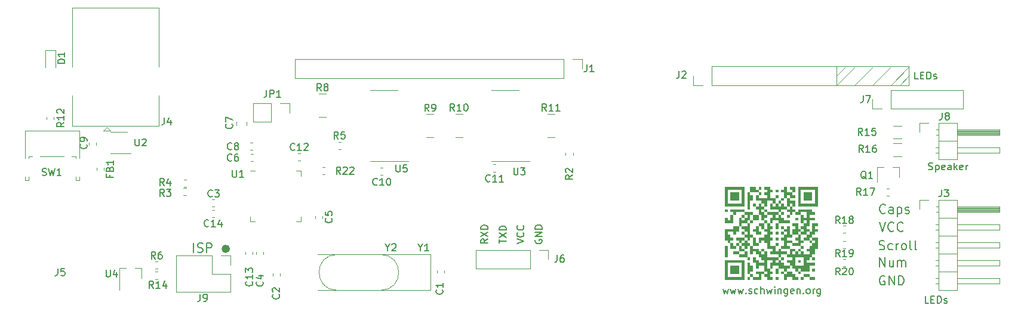
<source format=gto>
%TF.GenerationSoftware,KiCad,Pcbnew,5.1.5+dfsg1-2build2*%
%TF.CreationDate,2021-03-31T10:56:15+02:00*%
%TF.ProjectId,Model-M-USB-v3,4d6f6465-6c2d-44d2-9d55-53422d76332e,rev?*%
%TF.SameCoordinates,Original*%
%TF.FileFunction,Legend,Top*%
%TF.FilePolarity,Positive*%
%FSLAX46Y46*%
G04 Gerber Fmt 4.6, Leading zero omitted, Abs format (unit mm)*
G04 Created by KiCad (PCBNEW 5.1.5+dfsg1-2build2) date 2021-03-31 10:56:15*
%MOMM*%
%LPD*%
G04 APERTURE LIST*
%ADD10C,0.120000*%
%ADD11C,0.200000*%
%ADD12C,0.150000*%
%ADD13C,0.600000*%
%ADD14C,0.100000*%
G04 APERTURE END LIST*
D10*
X179260400Y-64017600D02*
X177939600Y-65338400D01*
X176669600Y-65338400D02*
X179260400Y-62747600D01*
X174104200Y-65338400D02*
X176720400Y-62722200D01*
X171538800Y-65338400D02*
X174155000Y-62722200D01*
X168973400Y-65338400D02*
X171589600Y-62722200D01*
X168998800Y-64017600D02*
X170294200Y-62722200D01*
X168973400Y-65338400D02*
X168973400Y-62696800D01*
D11*
X175123809Y-91088095D02*
X175123809Y-89788095D01*
X175866666Y-91088095D01*
X175866666Y-89788095D01*
X177042857Y-90221428D02*
X177042857Y-91088095D01*
X176485714Y-90221428D02*
X176485714Y-90902380D01*
X176547619Y-91026190D01*
X176671428Y-91088095D01*
X176857142Y-91088095D01*
X176980952Y-91026190D01*
X177042857Y-90964285D01*
X177661904Y-91088095D02*
X177661904Y-90221428D01*
X177661904Y-90345238D02*
X177723809Y-90283333D01*
X177847619Y-90221428D01*
X178033333Y-90221428D01*
X178157142Y-90283333D01*
X178219047Y-90407142D01*
X178219047Y-91088095D01*
X178219047Y-90407142D02*
X178280952Y-90283333D01*
X178404761Y-90221428D01*
X178590476Y-90221428D01*
X178714285Y-90283333D01*
X178776190Y-90407142D01*
X178776190Y-91088095D01*
X175050000Y-88626190D02*
X175235714Y-88688095D01*
X175545238Y-88688095D01*
X175669047Y-88626190D01*
X175730952Y-88564285D01*
X175792857Y-88440476D01*
X175792857Y-88316666D01*
X175730952Y-88192857D01*
X175669047Y-88130952D01*
X175545238Y-88069047D01*
X175297619Y-88007142D01*
X175173809Y-87945238D01*
X175111904Y-87883333D01*
X175050000Y-87759523D01*
X175050000Y-87635714D01*
X175111904Y-87511904D01*
X175173809Y-87450000D01*
X175297619Y-87388095D01*
X175607142Y-87388095D01*
X175792857Y-87450000D01*
X176907142Y-88626190D02*
X176783333Y-88688095D01*
X176535714Y-88688095D01*
X176411904Y-88626190D01*
X176350000Y-88564285D01*
X176288095Y-88440476D01*
X176288095Y-88069047D01*
X176350000Y-87945238D01*
X176411904Y-87883333D01*
X176535714Y-87821428D01*
X176783333Y-87821428D01*
X176907142Y-87883333D01*
X177464285Y-88688095D02*
X177464285Y-87821428D01*
X177464285Y-88069047D02*
X177526190Y-87945238D01*
X177588095Y-87883333D01*
X177711904Y-87821428D01*
X177835714Y-87821428D01*
X178454761Y-88688095D02*
X178330952Y-88626190D01*
X178269047Y-88564285D01*
X178207142Y-88440476D01*
X178207142Y-88069047D01*
X178269047Y-87945238D01*
X178330952Y-87883333D01*
X178454761Y-87821428D01*
X178640476Y-87821428D01*
X178764285Y-87883333D01*
X178826190Y-87945238D01*
X178888095Y-88069047D01*
X178888095Y-88440476D01*
X178826190Y-88564285D01*
X178764285Y-88626190D01*
X178640476Y-88688095D01*
X178454761Y-88688095D01*
X179630952Y-88688095D02*
X179507142Y-88626190D01*
X179445238Y-88502380D01*
X179445238Y-87388095D01*
X180311904Y-88688095D02*
X180188095Y-88626190D01*
X180126190Y-88502380D01*
X180126190Y-87388095D01*
X175900000Y-83414285D02*
X175838095Y-83476190D01*
X175652380Y-83538095D01*
X175528571Y-83538095D01*
X175342857Y-83476190D01*
X175219047Y-83352380D01*
X175157142Y-83228571D01*
X175095238Y-82980952D01*
X175095238Y-82795238D01*
X175157142Y-82547619D01*
X175219047Y-82423809D01*
X175342857Y-82300000D01*
X175528571Y-82238095D01*
X175652380Y-82238095D01*
X175838095Y-82300000D01*
X175900000Y-82361904D01*
X177014285Y-83538095D02*
X177014285Y-82857142D01*
X176952380Y-82733333D01*
X176828571Y-82671428D01*
X176580952Y-82671428D01*
X176457142Y-82733333D01*
X177014285Y-83476190D02*
X176890476Y-83538095D01*
X176580952Y-83538095D01*
X176457142Y-83476190D01*
X176395238Y-83352380D01*
X176395238Y-83228571D01*
X176457142Y-83104761D01*
X176580952Y-83042857D01*
X176890476Y-83042857D01*
X177014285Y-82980952D01*
X177633333Y-82671428D02*
X177633333Y-83971428D01*
X177633333Y-82733333D02*
X177757142Y-82671428D01*
X178004761Y-82671428D01*
X178128571Y-82733333D01*
X178190476Y-82795238D01*
X178252380Y-82919047D01*
X178252380Y-83290476D01*
X178190476Y-83414285D01*
X178128571Y-83476190D01*
X178004761Y-83538095D01*
X177757142Y-83538095D01*
X177633333Y-83476190D01*
X178747619Y-83476190D02*
X178871428Y-83538095D01*
X179119047Y-83538095D01*
X179242857Y-83476190D01*
X179304761Y-83352380D01*
X179304761Y-83290476D01*
X179242857Y-83166666D01*
X179119047Y-83104761D01*
X178933333Y-83104761D01*
X178809523Y-83042857D01*
X178747619Y-82919047D01*
X178747619Y-82857142D01*
X178809523Y-82733333D01*
X178933333Y-82671428D01*
X179119047Y-82671428D01*
X179242857Y-82733333D01*
X175809523Y-92450000D02*
X175685714Y-92388095D01*
X175500000Y-92388095D01*
X175314285Y-92450000D01*
X175190476Y-92573809D01*
X175128571Y-92697619D01*
X175066666Y-92945238D01*
X175066666Y-93130952D01*
X175128571Y-93378571D01*
X175190476Y-93502380D01*
X175314285Y-93626190D01*
X175500000Y-93688095D01*
X175623809Y-93688095D01*
X175809523Y-93626190D01*
X175871428Y-93564285D01*
X175871428Y-93130952D01*
X175623809Y-93130952D01*
X176428571Y-93688095D02*
X176428571Y-92388095D01*
X177171428Y-93688095D01*
X177171428Y-92388095D01*
X177790476Y-93688095D02*
X177790476Y-92388095D01*
X178100000Y-92388095D01*
X178285714Y-92450000D01*
X178409523Y-92573809D01*
X178471428Y-92697619D01*
X178533333Y-92945238D01*
X178533333Y-93130952D01*
X178471428Y-93378571D01*
X178409523Y-93502380D01*
X178285714Y-93626190D01*
X178100000Y-93688095D01*
X177790476Y-93688095D01*
X175066666Y-84788095D02*
X175500000Y-86088095D01*
X175933333Y-84788095D01*
X177109523Y-85964285D02*
X177047619Y-86026190D01*
X176861904Y-86088095D01*
X176738095Y-86088095D01*
X176552380Y-86026190D01*
X176428571Y-85902380D01*
X176366666Y-85778571D01*
X176304761Y-85530952D01*
X176304761Y-85345238D01*
X176366666Y-85097619D01*
X176428571Y-84973809D01*
X176552380Y-84850000D01*
X176738095Y-84788095D01*
X176861904Y-84788095D01*
X177047619Y-84850000D01*
X177109523Y-84911904D01*
X178409523Y-85964285D02*
X178347619Y-86026190D01*
X178161904Y-86088095D01*
X178038095Y-86088095D01*
X177852380Y-86026190D01*
X177728571Y-85902380D01*
X177666666Y-85778571D01*
X177604761Y-85530952D01*
X177604761Y-85345238D01*
X177666666Y-85097619D01*
X177728571Y-84973809D01*
X177852380Y-84850000D01*
X178038095Y-84788095D01*
X178161904Y-84788095D01*
X178347619Y-84850000D01*
X178409523Y-84911904D01*
D12*
X182038095Y-77304761D02*
X182180952Y-77352380D01*
X182419047Y-77352380D01*
X182514285Y-77304761D01*
X182561904Y-77257142D01*
X182609523Y-77161904D01*
X182609523Y-77066666D01*
X182561904Y-76971428D01*
X182514285Y-76923809D01*
X182419047Y-76876190D01*
X182228571Y-76828571D01*
X182133333Y-76780952D01*
X182085714Y-76733333D01*
X182038095Y-76638095D01*
X182038095Y-76542857D01*
X182085714Y-76447619D01*
X182133333Y-76400000D01*
X182228571Y-76352380D01*
X182466666Y-76352380D01*
X182609523Y-76400000D01*
X183038095Y-76685714D02*
X183038095Y-77685714D01*
X183038095Y-76733333D02*
X183133333Y-76685714D01*
X183323809Y-76685714D01*
X183419047Y-76733333D01*
X183466666Y-76780952D01*
X183514285Y-76876190D01*
X183514285Y-77161904D01*
X183466666Y-77257142D01*
X183419047Y-77304761D01*
X183323809Y-77352380D01*
X183133333Y-77352380D01*
X183038095Y-77304761D01*
X184323809Y-77304761D02*
X184228571Y-77352380D01*
X184038095Y-77352380D01*
X183942857Y-77304761D01*
X183895238Y-77209523D01*
X183895238Y-76828571D01*
X183942857Y-76733333D01*
X184038095Y-76685714D01*
X184228571Y-76685714D01*
X184323809Y-76733333D01*
X184371428Y-76828571D01*
X184371428Y-76923809D01*
X183895238Y-77019047D01*
X185228571Y-77352380D02*
X185228571Y-76828571D01*
X185180952Y-76733333D01*
X185085714Y-76685714D01*
X184895238Y-76685714D01*
X184800000Y-76733333D01*
X185228571Y-77304761D02*
X185133333Y-77352380D01*
X184895238Y-77352380D01*
X184800000Y-77304761D01*
X184752380Y-77209523D01*
X184752380Y-77114285D01*
X184800000Y-77019047D01*
X184895238Y-76971428D01*
X185133333Y-76971428D01*
X185228571Y-76923809D01*
X185704761Y-77352380D02*
X185704761Y-76352380D01*
X185800000Y-76971428D02*
X186085714Y-77352380D01*
X186085714Y-76685714D02*
X185704761Y-77066666D01*
X186895238Y-77304761D02*
X186800000Y-77352380D01*
X186609523Y-77352380D01*
X186514285Y-77304761D01*
X186466666Y-77209523D01*
X186466666Y-76828571D01*
X186514285Y-76733333D01*
X186609523Y-76685714D01*
X186800000Y-76685714D01*
X186895238Y-76733333D01*
X186942857Y-76828571D01*
X186942857Y-76923809D01*
X186466666Y-77019047D01*
X187371428Y-77352380D02*
X187371428Y-76685714D01*
X187371428Y-76876190D02*
X187419047Y-76780952D01*
X187466666Y-76733333D01*
X187561904Y-76685714D01*
X187657142Y-76685714D01*
X182052380Y-96252380D02*
X181576190Y-96252380D01*
X181576190Y-95252380D01*
X182385714Y-95728571D02*
X182719047Y-95728571D01*
X182861904Y-96252380D02*
X182385714Y-96252380D01*
X182385714Y-95252380D01*
X182861904Y-95252380D01*
X183290476Y-96252380D02*
X183290476Y-95252380D01*
X183528571Y-95252380D01*
X183671428Y-95300000D01*
X183766666Y-95395238D01*
X183814285Y-95490476D01*
X183861904Y-95680952D01*
X183861904Y-95823809D01*
X183814285Y-96014285D01*
X183766666Y-96109523D01*
X183671428Y-96204761D01*
X183528571Y-96252380D01*
X183290476Y-96252380D01*
X184242857Y-96204761D02*
X184338095Y-96252380D01*
X184528571Y-96252380D01*
X184623809Y-96204761D01*
X184671428Y-96109523D01*
X184671428Y-96061904D01*
X184623809Y-95966666D01*
X184528571Y-95919047D01*
X184385714Y-95919047D01*
X184290476Y-95871428D01*
X184242857Y-95776190D01*
X184242857Y-95728571D01*
X184290476Y-95633333D01*
X184385714Y-95585714D01*
X184528571Y-95585714D01*
X184623809Y-95633333D01*
X180574980Y-64469980D02*
X180098790Y-64469980D01*
X180098790Y-63469980D01*
X180908314Y-63946171D02*
X181241647Y-63946171D01*
X181384504Y-64469980D02*
X180908314Y-64469980D01*
X180908314Y-63469980D01*
X181384504Y-63469980D01*
X181813076Y-64469980D02*
X181813076Y-63469980D01*
X182051171Y-63469980D01*
X182194028Y-63517600D01*
X182289266Y-63612838D01*
X182336885Y-63708076D01*
X182384504Y-63898552D01*
X182384504Y-64041409D01*
X182336885Y-64231885D01*
X182289266Y-64327123D01*
X182194028Y-64422361D01*
X182051171Y-64469980D01*
X181813076Y-64469980D01*
X182765457Y-64422361D02*
X182860695Y-64469980D01*
X183051171Y-64469980D01*
X183146409Y-64422361D01*
X183194028Y-64327123D01*
X183194028Y-64279504D01*
X183146409Y-64184266D01*
X183051171Y-64136647D01*
X182908314Y-64136647D01*
X182813076Y-64089028D01*
X182765457Y-63993790D01*
X182765457Y-63946171D01*
X182813076Y-63850933D01*
X182908314Y-63803314D01*
X183051171Y-63803314D01*
X183146409Y-63850933D01*
D11*
X77820952Y-89048095D02*
X77820952Y-87748095D01*
X78378095Y-88986190D02*
X78563809Y-89048095D01*
X78873333Y-89048095D01*
X78997142Y-88986190D01*
X79059047Y-88924285D01*
X79120952Y-88800476D01*
X79120952Y-88676666D01*
X79059047Y-88552857D01*
X78997142Y-88490952D01*
X78873333Y-88429047D01*
X78625714Y-88367142D01*
X78501904Y-88305238D01*
X78440000Y-88243333D01*
X78378095Y-88119523D01*
X78378095Y-87995714D01*
X78440000Y-87871904D01*
X78501904Y-87810000D01*
X78625714Y-87748095D01*
X78935238Y-87748095D01*
X79120952Y-87810000D01*
X79678095Y-89048095D02*
X79678095Y-87748095D01*
X80173333Y-87748095D01*
X80297142Y-87810000D01*
X80359047Y-87871904D01*
X80420952Y-87995714D01*
X80420952Y-88181428D01*
X80359047Y-88305238D01*
X80297142Y-88367142D01*
X80173333Y-88429047D01*
X79678095Y-88429047D01*
X119552380Y-87166666D02*
X119076190Y-87500000D01*
X119552380Y-87738095D02*
X118552380Y-87738095D01*
X118552380Y-87357142D01*
X118600000Y-87261904D01*
X118647619Y-87214285D01*
X118742857Y-87166666D01*
X118885714Y-87166666D01*
X118980952Y-87214285D01*
X119028571Y-87261904D01*
X119076190Y-87357142D01*
X119076190Y-87738095D01*
X118552380Y-86833333D02*
X119552380Y-86166666D01*
X118552380Y-86166666D02*
X119552380Y-86833333D01*
X119552380Y-85785714D02*
X118552380Y-85785714D01*
X118552380Y-85547619D01*
X118600000Y-85404761D01*
X118695238Y-85309523D01*
X118790476Y-85261904D01*
X118980952Y-85214285D01*
X119123809Y-85214285D01*
X119314285Y-85261904D01*
X119409523Y-85309523D01*
X119504761Y-85404761D01*
X119552380Y-85547619D01*
X119552380Y-85785714D01*
X121152380Y-87761904D02*
X121152380Y-87190476D01*
X122152380Y-87476190D02*
X121152380Y-87476190D01*
X121152380Y-86952380D02*
X122152380Y-86285714D01*
X121152380Y-86285714D02*
X122152380Y-86952380D01*
X122152380Y-85904761D02*
X121152380Y-85904761D01*
X121152380Y-85666666D01*
X121200000Y-85523809D01*
X121295238Y-85428571D01*
X121390476Y-85380952D01*
X121580952Y-85333333D01*
X121723809Y-85333333D01*
X121914285Y-85380952D01*
X122009523Y-85428571D01*
X122104761Y-85523809D01*
X122152380Y-85666666D01*
X122152380Y-85904761D01*
X123652380Y-87833333D02*
X124652380Y-87500000D01*
X123652380Y-87166666D01*
X124557142Y-86261904D02*
X124604761Y-86309523D01*
X124652380Y-86452380D01*
X124652380Y-86547619D01*
X124604761Y-86690476D01*
X124509523Y-86785714D01*
X124414285Y-86833333D01*
X124223809Y-86880952D01*
X124080952Y-86880952D01*
X123890476Y-86833333D01*
X123795238Y-86785714D01*
X123700000Y-86690476D01*
X123652380Y-86547619D01*
X123652380Y-86452380D01*
X123700000Y-86309523D01*
X123747619Y-86261904D01*
X124557142Y-85261904D02*
X124604761Y-85309523D01*
X124652380Y-85452380D01*
X124652380Y-85547619D01*
X124604761Y-85690476D01*
X124509523Y-85785714D01*
X124414285Y-85833333D01*
X124223809Y-85880952D01*
X124080952Y-85880952D01*
X123890476Y-85833333D01*
X123795238Y-85785714D01*
X123700000Y-85690476D01*
X123652380Y-85547619D01*
X123652380Y-85452380D01*
X123700000Y-85309523D01*
X123747619Y-85261904D01*
X126300000Y-87261904D02*
X126252380Y-87357142D01*
X126252380Y-87500000D01*
X126300000Y-87642857D01*
X126395238Y-87738095D01*
X126490476Y-87785714D01*
X126680952Y-87833333D01*
X126823809Y-87833333D01*
X127014285Y-87785714D01*
X127109523Y-87738095D01*
X127204761Y-87642857D01*
X127252380Y-87500000D01*
X127252380Y-87404761D01*
X127204761Y-87261904D01*
X127157142Y-87214285D01*
X126823809Y-87214285D01*
X126823809Y-87404761D01*
X127252380Y-86785714D02*
X126252380Y-86785714D01*
X127252380Y-86214285D01*
X126252380Y-86214285D01*
X127252380Y-85738095D02*
X126252380Y-85738095D01*
X126252380Y-85500000D01*
X126300000Y-85357142D01*
X126395238Y-85261904D01*
X126490476Y-85214285D01*
X126680952Y-85166666D01*
X126823809Y-85166666D01*
X127014285Y-85214285D01*
X127109523Y-85261904D01*
X127204761Y-85357142D01*
X127252380Y-85500000D01*
X127252380Y-85738095D01*
D13*
X82680000Y-88560000D02*
G75*
G03X82680000Y-88560000I-300000J0D01*
G01*
D10*
X148669600Y-65347600D02*
X148669600Y-64017600D01*
X149999600Y-65347600D02*
X148669600Y-65347600D01*
X151269600Y-65347600D02*
X151269600Y-62687600D01*
X151269600Y-62687600D02*
X179269600Y-62687600D01*
X151269600Y-65347600D02*
X179269600Y-65347600D01*
X179269600Y-65347600D02*
X179269600Y-62687600D01*
X104385000Y-94425000D02*
X98135000Y-94425000D01*
X104385000Y-89375000D02*
X98135000Y-89375000D01*
X98135000Y-89375000D02*
G75*
G03X98135000Y-94425000I0J-2525000D01*
G01*
X104385000Y-89375000D02*
G75*
G02X104385000Y-94425000I0J-2525000D01*
G01*
X96396267Y-78010000D02*
X96053733Y-78010000D01*
X96396267Y-76990000D02*
X96053733Y-76990000D01*
X92170000Y-61670000D02*
X92170000Y-64330000D01*
X130330000Y-61670000D02*
X92170000Y-61670000D01*
X130330000Y-64330000D02*
X92170000Y-64330000D01*
X130330000Y-61670000D02*
X130330000Y-64330000D01*
X131600000Y-61670000D02*
X132930000Y-61670000D01*
X132930000Y-61670000D02*
X132930000Y-63000000D01*
X92971267Y-76060000D02*
X92628733Y-76060000D01*
X92971267Y-75040000D02*
X92628733Y-75040000D01*
X86230000Y-67920000D02*
X86230000Y-70580000D01*
X88830000Y-67920000D02*
X86230000Y-67920000D01*
X88830000Y-70580000D02*
X86230000Y-70580000D01*
X88830000Y-67920000D02*
X88830000Y-70580000D01*
X90100000Y-67920000D02*
X91430000Y-67920000D01*
X91430000Y-67920000D02*
X91430000Y-69250000D01*
D14*
G36*
X153550000Y-80150000D02*
G01*
X153550000Y-79750000D01*
X153150000Y-79750000D01*
X153150000Y-80150000D01*
X153550000Y-80150000D01*
G37*
G36*
X153950000Y-80150000D02*
G01*
X153950000Y-79750000D01*
X153550000Y-79750000D01*
X153550000Y-80150000D01*
X153950000Y-80150000D01*
G37*
G36*
X154350000Y-80150000D02*
G01*
X154350000Y-79750000D01*
X153950000Y-79750000D01*
X153950000Y-80150000D01*
X154350000Y-80150000D01*
G37*
G36*
X154750000Y-80150000D02*
G01*
X154750000Y-79750000D01*
X154350000Y-79750000D01*
X154350000Y-80150000D01*
X154750000Y-80150000D01*
G37*
G36*
X155150000Y-80150000D02*
G01*
X155150000Y-79750000D01*
X154750000Y-79750000D01*
X154750000Y-80150000D01*
X155150000Y-80150000D01*
G37*
G36*
X155550000Y-80150000D02*
G01*
X155550000Y-79750000D01*
X155150000Y-79750000D01*
X155150000Y-80150000D01*
X155550000Y-80150000D01*
G37*
G36*
X155950000Y-80150000D02*
G01*
X155950000Y-79750000D01*
X155550000Y-79750000D01*
X155550000Y-80150000D01*
X155950000Y-80150000D01*
G37*
G36*
X157150000Y-80150000D02*
G01*
X157150000Y-79750000D01*
X156750000Y-79750000D01*
X156750000Y-80150000D01*
X157150000Y-80150000D01*
G37*
G36*
X157550000Y-80150000D02*
G01*
X157550000Y-79750000D01*
X157150000Y-79750000D01*
X157150000Y-80150000D01*
X157550000Y-80150000D01*
G37*
G36*
X158350000Y-80150000D02*
G01*
X158350000Y-79750000D01*
X157950000Y-79750000D01*
X157950000Y-80150000D01*
X158350000Y-80150000D01*
G37*
G36*
X159150000Y-80150000D02*
G01*
X159150000Y-79750000D01*
X158750000Y-79750000D01*
X158750000Y-80150000D01*
X159150000Y-80150000D01*
G37*
G36*
X159550000Y-80150000D02*
G01*
X159550000Y-79750000D01*
X159150000Y-79750000D01*
X159150000Y-80150000D01*
X159550000Y-80150000D01*
G37*
G36*
X161950000Y-80150000D02*
G01*
X161950000Y-79750000D01*
X161550000Y-79750000D01*
X161550000Y-80150000D01*
X161950000Y-80150000D01*
G37*
G36*
X162750000Y-80150000D02*
G01*
X162750000Y-79750000D01*
X162350000Y-79750000D01*
X162350000Y-80150000D01*
X162750000Y-80150000D01*
G37*
G36*
X163150000Y-80150000D02*
G01*
X163150000Y-79750000D01*
X162750000Y-79750000D01*
X162750000Y-80150000D01*
X163150000Y-80150000D01*
G37*
G36*
X163950000Y-80150000D02*
G01*
X163950000Y-79750000D01*
X163550000Y-79750000D01*
X163550000Y-80150000D01*
X163950000Y-80150000D01*
G37*
G36*
X164350000Y-80150000D02*
G01*
X164350000Y-79750000D01*
X163950000Y-79750000D01*
X163950000Y-80150000D01*
X164350000Y-80150000D01*
G37*
G36*
X164750000Y-80150000D02*
G01*
X164750000Y-79750000D01*
X164350000Y-79750000D01*
X164350000Y-80150000D01*
X164750000Y-80150000D01*
G37*
G36*
X165150000Y-80150000D02*
G01*
X165150000Y-79750000D01*
X164750000Y-79750000D01*
X164750000Y-80150000D01*
X165150000Y-80150000D01*
G37*
G36*
X165550000Y-80150000D02*
G01*
X165550000Y-79750000D01*
X165150000Y-79750000D01*
X165150000Y-80150000D01*
X165550000Y-80150000D01*
G37*
G36*
X165950000Y-80150000D02*
G01*
X165950000Y-79750000D01*
X165550000Y-79750000D01*
X165550000Y-80150000D01*
X165950000Y-80150000D01*
G37*
G36*
X166350000Y-80150000D02*
G01*
X166350000Y-79750000D01*
X165950000Y-79750000D01*
X165950000Y-80150000D01*
X166350000Y-80150000D01*
G37*
G36*
X153550000Y-80550000D02*
G01*
X153550000Y-80150000D01*
X153150000Y-80150000D01*
X153150000Y-80550000D01*
X153550000Y-80550000D01*
G37*
G36*
X155950000Y-80550000D02*
G01*
X155950000Y-80150000D01*
X155550000Y-80150000D01*
X155550000Y-80550000D01*
X155950000Y-80550000D01*
G37*
G36*
X157150000Y-80550000D02*
G01*
X157150000Y-80150000D01*
X156750000Y-80150000D01*
X156750000Y-80550000D01*
X157150000Y-80550000D01*
G37*
G36*
X157550000Y-80550000D02*
G01*
X157550000Y-80150000D01*
X157150000Y-80150000D01*
X157150000Y-80550000D01*
X157550000Y-80550000D01*
G37*
G36*
X157950000Y-80550000D02*
G01*
X157950000Y-80150000D01*
X157550000Y-80150000D01*
X157550000Y-80550000D01*
X157950000Y-80550000D01*
G37*
G36*
X159550000Y-80550000D02*
G01*
X159550000Y-80150000D01*
X159150000Y-80150000D01*
X159150000Y-80550000D01*
X159550000Y-80550000D01*
G37*
G36*
X159950000Y-80550000D02*
G01*
X159950000Y-80150000D01*
X159550000Y-80150000D01*
X159550000Y-80550000D01*
X159950000Y-80550000D01*
G37*
G36*
X160750000Y-80550000D02*
G01*
X160750000Y-80150000D01*
X160350000Y-80150000D01*
X160350000Y-80550000D01*
X160750000Y-80550000D01*
G37*
G36*
X161550000Y-80550000D02*
G01*
X161550000Y-80150000D01*
X161150000Y-80150000D01*
X161150000Y-80550000D01*
X161550000Y-80550000D01*
G37*
G36*
X161950000Y-80550000D02*
G01*
X161950000Y-80150000D01*
X161550000Y-80150000D01*
X161550000Y-80550000D01*
X161950000Y-80550000D01*
G37*
G36*
X163150000Y-80550000D02*
G01*
X163150000Y-80150000D01*
X162750000Y-80150000D01*
X162750000Y-80550000D01*
X163150000Y-80550000D01*
G37*
G36*
X163950000Y-80550000D02*
G01*
X163950000Y-80150000D01*
X163550000Y-80150000D01*
X163550000Y-80550000D01*
X163950000Y-80550000D01*
G37*
G36*
X166350000Y-80550000D02*
G01*
X166350000Y-80150000D01*
X165950000Y-80150000D01*
X165950000Y-80550000D01*
X166350000Y-80550000D01*
G37*
G36*
X153550000Y-80950000D02*
G01*
X153550000Y-80550000D01*
X153150000Y-80550000D01*
X153150000Y-80950000D01*
X153550000Y-80950000D01*
G37*
G36*
X154350000Y-80950000D02*
G01*
X154350000Y-80550000D01*
X153950000Y-80550000D01*
X153950000Y-80950000D01*
X154350000Y-80950000D01*
G37*
G36*
X154750000Y-80950000D02*
G01*
X154750000Y-80550000D01*
X154350000Y-80550000D01*
X154350000Y-80950000D01*
X154750000Y-80950000D01*
G37*
G36*
X155150000Y-80950000D02*
G01*
X155150000Y-80550000D01*
X154750000Y-80550000D01*
X154750000Y-80950000D01*
X155150000Y-80950000D01*
G37*
G36*
X155950000Y-80950000D02*
G01*
X155950000Y-80550000D01*
X155550000Y-80550000D01*
X155550000Y-80950000D01*
X155950000Y-80950000D01*
G37*
G36*
X156750000Y-80950000D02*
G01*
X156750000Y-80550000D01*
X156350000Y-80550000D01*
X156350000Y-80950000D01*
X156750000Y-80950000D01*
G37*
G36*
X158350000Y-80950000D02*
G01*
X158350000Y-80550000D01*
X157950000Y-80550000D01*
X157950000Y-80950000D01*
X158350000Y-80950000D01*
G37*
G36*
X159150000Y-80950000D02*
G01*
X159150000Y-80550000D01*
X158750000Y-80550000D01*
X158750000Y-80950000D01*
X159150000Y-80950000D01*
G37*
G36*
X159550000Y-80950000D02*
G01*
X159550000Y-80550000D01*
X159150000Y-80550000D01*
X159150000Y-80950000D01*
X159550000Y-80950000D01*
G37*
G36*
X161950000Y-80950000D02*
G01*
X161950000Y-80550000D01*
X161550000Y-80550000D01*
X161550000Y-80950000D01*
X161950000Y-80950000D01*
G37*
G36*
X162350000Y-80950000D02*
G01*
X162350000Y-80550000D01*
X161950000Y-80550000D01*
X161950000Y-80950000D01*
X162350000Y-80950000D01*
G37*
G36*
X162750000Y-80950000D02*
G01*
X162750000Y-80550000D01*
X162350000Y-80550000D01*
X162350000Y-80950000D01*
X162750000Y-80950000D01*
G37*
G36*
X163950000Y-80950000D02*
G01*
X163950000Y-80550000D01*
X163550000Y-80550000D01*
X163550000Y-80950000D01*
X163950000Y-80950000D01*
G37*
G36*
X164750000Y-80950000D02*
G01*
X164750000Y-80550000D01*
X164350000Y-80550000D01*
X164350000Y-80950000D01*
X164750000Y-80950000D01*
G37*
G36*
X165150000Y-80950000D02*
G01*
X165150000Y-80550000D01*
X164750000Y-80550000D01*
X164750000Y-80950000D01*
X165150000Y-80950000D01*
G37*
G36*
X165550000Y-80950000D02*
G01*
X165550000Y-80550000D01*
X165150000Y-80550000D01*
X165150000Y-80950000D01*
X165550000Y-80950000D01*
G37*
G36*
X166350000Y-80950000D02*
G01*
X166350000Y-80550000D01*
X165950000Y-80550000D01*
X165950000Y-80950000D01*
X166350000Y-80950000D01*
G37*
G36*
X153550000Y-81350000D02*
G01*
X153550000Y-80950000D01*
X153150000Y-80950000D01*
X153150000Y-81350000D01*
X153550000Y-81350000D01*
G37*
G36*
X154350000Y-81350000D02*
G01*
X154350000Y-80950000D01*
X153950000Y-80950000D01*
X153950000Y-81350000D01*
X154350000Y-81350000D01*
G37*
G36*
X154750000Y-81350000D02*
G01*
X154750000Y-80950000D01*
X154350000Y-80950000D01*
X154350000Y-81350000D01*
X154750000Y-81350000D01*
G37*
G36*
X155150000Y-81350000D02*
G01*
X155150000Y-80950000D01*
X154750000Y-80950000D01*
X154750000Y-81350000D01*
X155150000Y-81350000D01*
G37*
G36*
X155950000Y-81350000D02*
G01*
X155950000Y-80950000D01*
X155550000Y-80950000D01*
X155550000Y-81350000D01*
X155950000Y-81350000D01*
G37*
G36*
X156750000Y-81350000D02*
G01*
X156750000Y-80950000D01*
X156350000Y-80950000D01*
X156350000Y-81350000D01*
X156750000Y-81350000D01*
G37*
G36*
X157150000Y-81350000D02*
G01*
X157150000Y-80950000D01*
X156750000Y-80950000D01*
X156750000Y-81350000D01*
X157150000Y-81350000D01*
G37*
G36*
X157950000Y-81350000D02*
G01*
X157950000Y-80950000D01*
X157550000Y-80950000D01*
X157550000Y-81350000D01*
X157950000Y-81350000D01*
G37*
G36*
X159550000Y-81350000D02*
G01*
X159550000Y-80950000D01*
X159150000Y-80950000D01*
X159150000Y-81350000D01*
X159550000Y-81350000D01*
G37*
G36*
X160750000Y-81350000D02*
G01*
X160750000Y-80950000D01*
X160350000Y-80950000D01*
X160350000Y-81350000D01*
X160750000Y-81350000D01*
G37*
G36*
X161950000Y-81350000D02*
G01*
X161950000Y-80950000D01*
X161550000Y-80950000D01*
X161550000Y-81350000D01*
X161950000Y-81350000D01*
G37*
G36*
X162750000Y-81350000D02*
G01*
X162750000Y-80950000D01*
X162350000Y-80950000D01*
X162350000Y-81350000D01*
X162750000Y-81350000D01*
G37*
G36*
X163150000Y-81350000D02*
G01*
X163150000Y-80950000D01*
X162750000Y-80950000D01*
X162750000Y-81350000D01*
X163150000Y-81350000D01*
G37*
G36*
X163950000Y-81350000D02*
G01*
X163950000Y-80950000D01*
X163550000Y-80950000D01*
X163550000Y-81350000D01*
X163950000Y-81350000D01*
G37*
G36*
X164750000Y-81350000D02*
G01*
X164750000Y-80950000D01*
X164350000Y-80950000D01*
X164350000Y-81350000D01*
X164750000Y-81350000D01*
G37*
G36*
X165150000Y-81350000D02*
G01*
X165150000Y-80950000D01*
X164750000Y-80950000D01*
X164750000Y-81350000D01*
X165150000Y-81350000D01*
G37*
G36*
X165550000Y-81350000D02*
G01*
X165550000Y-80950000D01*
X165150000Y-80950000D01*
X165150000Y-81350000D01*
X165550000Y-81350000D01*
G37*
G36*
X166350000Y-81350000D02*
G01*
X166350000Y-80950000D01*
X165950000Y-80950000D01*
X165950000Y-81350000D01*
X166350000Y-81350000D01*
G37*
G36*
X153550000Y-81750000D02*
G01*
X153550000Y-81350000D01*
X153150000Y-81350000D01*
X153150000Y-81750000D01*
X153550000Y-81750000D01*
G37*
G36*
X154350000Y-81750000D02*
G01*
X154350000Y-81350000D01*
X153950000Y-81350000D01*
X153950000Y-81750000D01*
X154350000Y-81750000D01*
G37*
G36*
X154750000Y-81750000D02*
G01*
X154750000Y-81350000D01*
X154350000Y-81350000D01*
X154350000Y-81750000D01*
X154750000Y-81750000D01*
G37*
G36*
X155150000Y-81750000D02*
G01*
X155150000Y-81350000D01*
X154750000Y-81350000D01*
X154750000Y-81750000D01*
X155150000Y-81750000D01*
G37*
G36*
X155950000Y-81750000D02*
G01*
X155950000Y-81350000D01*
X155550000Y-81350000D01*
X155550000Y-81750000D01*
X155950000Y-81750000D01*
G37*
G36*
X156750000Y-81750000D02*
G01*
X156750000Y-81350000D01*
X156350000Y-81350000D01*
X156350000Y-81750000D01*
X156750000Y-81750000D01*
G37*
G36*
X157150000Y-81750000D02*
G01*
X157150000Y-81350000D01*
X156750000Y-81350000D01*
X156750000Y-81750000D01*
X157150000Y-81750000D01*
G37*
G36*
X157950000Y-81750000D02*
G01*
X157950000Y-81350000D01*
X157550000Y-81350000D01*
X157550000Y-81750000D01*
X157950000Y-81750000D01*
G37*
G36*
X158350000Y-81750000D02*
G01*
X158350000Y-81350000D01*
X157950000Y-81350000D01*
X157950000Y-81750000D01*
X158350000Y-81750000D01*
G37*
G36*
X158750000Y-81750000D02*
G01*
X158750000Y-81350000D01*
X158350000Y-81350000D01*
X158350000Y-81750000D01*
X158750000Y-81750000D01*
G37*
G36*
X159150000Y-81750000D02*
G01*
X159150000Y-81350000D01*
X158750000Y-81350000D01*
X158750000Y-81750000D01*
X159150000Y-81750000D01*
G37*
G36*
X159550000Y-81750000D02*
G01*
X159550000Y-81350000D01*
X159150000Y-81350000D01*
X159150000Y-81750000D01*
X159550000Y-81750000D01*
G37*
G36*
X159950000Y-81750000D02*
G01*
X159950000Y-81350000D01*
X159550000Y-81350000D01*
X159550000Y-81750000D01*
X159950000Y-81750000D01*
G37*
G36*
X160350000Y-81750000D02*
G01*
X160350000Y-81350000D01*
X159950000Y-81350000D01*
X159950000Y-81750000D01*
X160350000Y-81750000D01*
G37*
G36*
X161550000Y-81750000D02*
G01*
X161550000Y-81350000D01*
X161150000Y-81350000D01*
X161150000Y-81750000D01*
X161550000Y-81750000D01*
G37*
G36*
X162350000Y-81750000D02*
G01*
X162350000Y-81350000D01*
X161950000Y-81350000D01*
X161950000Y-81750000D01*
X162350000Y-81750000D01*
G37*
G36*
X163950000Y-81750000D02*
G01*
X163950000Y-81350000D01*
X163550000Y-81350000D01*
X163550000Y-81750000D01*
X163950000Y-81750000D01*
G37*
G36*
X164750000Y-81750000D02*
G01*
X164750000Y-81350000D01*
X164350000Y-81350000D01*
X164350000Y-81750000D01*
X164750000Y-81750000D01*
G37*
G36*
X165150000Y-81750000D02*
G01*
X165150000Y-81350000D01*
X164750000Y-81350000D01*
X164750000Y-81750000D01*
X165150000Y-81750000D01*
G37*
G36*
X165550000Y-81750000D02*
G01*
X165550000Y-81350000D01*
X165150000Y-81350000D01*
X165150000Y-81750000D01*
X165550000Y-81750000D01*
G37*
G36*
X166350000Y-81750000D02*
G01*
X166350000Y-81350000D01*
X165950000Y-81350000D01*
X165950000Y-81750000D01*
X166350000Y-81750000D01*
G37*
G36*
X153550000Y-82150000D02*
G01*
X153550000Y-81750000D01*
X153150000Y-81750000D01*
X153150000Y-82150000D01*
X153550000Y-82150000D01*
G37*
G36*
X155950000Y-82150000D02*
G01*
X155950000Y-81750000D01*
X155550000Y-81750000D01*
X155550000Y-82150000D01*
X155950000Y-82150000D01*
G37*
G36*
X156750000Y-82150000D02*
G01*
X156750000Y-81750000D01*
X156350000Y-81750000D01*
X156350000Y-82150000D01*
X156750000Y-82150000D01*
G37*
G36*
X158750000Y-82150000D02*
G01*
X158750000Y-81750000D01*
X158350000Y-81750000D01*
X158350000Y-82150000D01*
X158750000Y-82150000D01*
G37*
G36*
X159150000Y-82150000D02*
G01*
X159150000Y-81750000D01*
X158750000Y-81750000D01*
X158750000Y-82150000D01*
X159150000Y-82150000D01*
G37*
G36*
X160350000Y-82150000D02*
G01*
X160350000Y-81750000D01*
X159950000Y-81750000D01*
X159950000Y-82150000D01*
X160350000Y-82150000D01*
G37*
G36*
X161150000Y-82150000D02*
G01*
X161150000Y-81750000D01*
X160750000Y-81750000D01*
X160750000Y-82150000D01*
X161150000Y-82150000D01*
G37*
G36*
X162350000Y-82150000D02*
G01*
X162350000Y-81750000D01*
X161950000Y-81750000D01*
X161950000Y-82150000D01*
X162350000Y-82150000D01*
G37*
G36*
X162750000Y-82150000D02*
G01*
X162750000Y-81750000D01*
X162350000Y-81750000D01*
X162350000Y-82150000D01*
X162750000Y-82150000D01*
G37*
G36*
X163150000Y-82150000D02*
G01*
X163150000Y-81750000D01*
X162750000Y-81750000D01*
X162750000Y-82150000D01*
X163150000Y-82150000D01*
G37*
G36*
X163950000Y-82150000D02*
G01*
X163950000Y-81750000D01*
X163550000Y-81750000D01*
X163550000Y-82150000D01*
X163950000Y-82150000D01*
G37*
G36*
X166350000Y-82150000D02*
G01*
X166350000Y-81750000D01*
X165950000Y-81750000D01*
X165950000Y-82150000D01*
X166350000Y-82150000D01*
G37*
G36*
X153550000Y-82550000D02*
G01*
X153550000Y-82150000D01*
X153150000Y-82150000D01*
X153150000Y-82550000D01*
X153550000Y-82550000D01*
G37*
G36*
X153950000Y-82550000D02*
G01*
X153950000Y-82150000D01*
X153550000Y-82150000D01*
X153550000Y-82550000D01*
X153950000Y-82550000D01*
G37*
G36*
X154350000Y-82550000D02*
G01*
X154350000Y-82150000D01*
X153950000Y-82150000D01*
X153950000Y-82550000D01*
X154350000Y-82550000D01*
G37*
G36*
X154750000Y-82550000D02*
G01*
X154750000Y-82150000D01*
X154350000Y-82150000D01*
X154350000Y-82550000D01*
X154750000Y-82550000D01*
G37*
G36*
X155150000Y-82550000D02*
G01*
X155150000Y-82150000D01*
X154750000Y-82150000D01*
X154750000Y-82550000D01*
X155150000Y-82550000D01*
G37*
G36*
X155550000Y-82550000D02*
G01*
X155550000Y-82150000D01*
X155150000Y-82150000D01*
X155150000Y-82550000D01*
X155550000Y-82550000D01*
G37*
G36*
X155950000Y-82550000D02*
G01*
X155950000Y-82150000D01*
X155550000Y-82150000D01*
X155550000Y-82550000D01*
X155950000Y-82550000D01*
G37*
G36*
X156750000Y-82550000D02*
G01*
X156750000Y-82150000D01*
X156350000Y-82150000D01*
X156350000Y-82550000D01*
X156750000Y-82550000D01*
G37*
G36*
X157550000Y-82550000D02*
G01*
X157550000Y-82150000D01*
X157150000Y-82150000D01*
X157150000Y-82550000D01*
X157550000Y-82550000D01*
G37*
G36*
X158350000Y-82550000D02*
G01*
X158350000Y-82150000D01*
X157950000Y-82150000D01*
X157950000Y-82550000D01*
X158350000Y-82550000D01*
G37*
G36*
X159150000Y-82550000D02*
G01*
X159150000Y-82150000D01*
X158750000Y-82150000D01*
X158750000Y-82550000D01*
X159150000Y-82550000D01*
G37*
G36*
X159950000Y-82550000D02*
G01*
X159950000Y-82150000D01*
X159550000Y-82150000D01*
X159550000Y-82550000D01*
X159950000Y-82550000D01*
G37*
G36*
X160750000Y-82550000D02*
G01*
X160750000Y-82150000D01*
X160350000Y-82150000D01*
X160350000Y-82550000D01*
X160750000Y-82550000D01*
G37*
G36*
X161550000Y-82550000D02*
G01*
X161550000Y-82150000D01*
X161150000Y-82150000D01*
X161150000Y-82550000D01*
X161550000Y-82550000D01*
G37*
G36*
X162350000Y-82550000D02*
G01*
X162350000Y-82150000D01*
X161950000Y-82150000D01*
X161950000Y-82550000D01*
X162350000Y-82550000D01*
G37*
G36*
X163150000Y-82550000D02*
G01*
X163150000Y-82150000D01*
X162750000Y-82150000D01*
X162750000Y-82550000D01*
X163150000Y-82550000D01*
G37*
G36*
X163950000Y-82550000D02*
G01*
X163950000Y-82150000D01*
X163550000Y-82150000D01*
X163550000Y-82550000D01*
X163950000Y-82550000D01*
G37*
G36*
X164350000Y-82550000D02*
G01*
X164350000Y-82150000D01*
X163950000Y-82150000D01*
X163950000Y-82550000D01*
X164350000Y-82550000D01*
G37*
G36*
X164750000Y-82550000D02*
G01*
X164750000Y-82150000D01*
X164350000Y-82150000D01*
X164350000Y-82550000D01*
X164750000Y-82550000D01*
G37*
G36*
X165150000Y-82550000D02*
G01*
X165150000Y-82150000D01*
X164750000Y-82150000D01*
X164750000Y-82550000D01*
X165150000Y-82550000D01*
G37*
G36*
X165550000Y-82550000D02*
G01*
X165550000Y-82150000D01*
X165150000Y-82150000D01*
X165150000Y-82550000D01*
X165550000Y-82550000D01*
G37*
G36*
X165950000Y-82550000D02*
G01*
X165950000Y-82150000D01*
X165550000Y-82150000D01*
X165550000Y-82550000D01*
X165950000Y-82550000D01*
G37*
G36*
X166350000Y-82550000D02*
G01*
X166350000Y-82150000D01*
X165950000Y-82150000D01*
X165950000Y-82550000D01*
X166350000Y-82550000D01*
G37*
G36*
X156750000Y-82950000D02*
G01*
X156750000Y-82550000D01*
X156350000Y-82550000D01*
X156350000Y-82950000D01*
X156750000Y-82950000D01*
G37*
G36*
X157950000Y-82950000D02*
G01*
X157950000Y-82550000D01*
X157550000Y-82550000D01*
X157550000Y-82950000D01*
X157950000Y-82950000D01*
G37*
G36*
X158350000Y-82950000D02*
G01*
X158350000Y-82550000D01*
X157950000Y-82550000D01*
X157950000Y-82950000D01*
X158350000Y-82950000D01*
G37*
G36*
X158750000Y-82950000D02*
G01*
X158750000Y-82550000D01*
X158350000Y-82550000D01*
X158350000Y-82950000D01*
X158750000Y-82950000D01*
G37*
G36*
X159950000Y-82950000D02*
G01*
X159950000Y-82550000D01*
X159550000Y-82550000D01*
X159550000Y-82950000D01*
X159950000Y-82950000D01*
G37*
G36*
X160350000Y-82950000D02*
G01*
X160350000Y-82550000D01*
X159950000Y-82550000D01*
X159950000Y-82950000D01*
X160350000Y-82950000D01*
G37*
G36*
X160750000Y-82950000D02*
G01*
X160750000Y-82550000D01*
X160350000Y-82550000D01*
X160350000Y-82950000D01*
X160750000Y-82950000D01*
G37*
G36*
X161150000Y-82950000D02*
G01*
X161150000Y-82550000D01*
X160750000Y-82550000D01*
X160750000Y-82950000D01*
X161150000Y-82950000D01*
G37*
G36*
X161550000Y-82950000D02*
G01*
X161550000Y-82550000D01*
X161150000Y-82550000D01*
X161150000Y-82950000D01*
X161550000Y-82950000D01*
G37*
G36*
X161950000Y-82950000D02*
G01*
X161950000Y-82550000D01*
X161550000Y-82550000D01*
X161550000Y-82950000D01*
X161950000Y-82950000D01*
G37*
G36*
X162750000Y-82950000D02*
G01*
X162750000Y-82550000D01*
X162350000Y-82550000D01*
X162350000Y-82950000D01*
X162750000Y-82950000D01*
G37*
G36*
X153550000Y-83350000D02*
G01*
X153550000Y-82950000D01*
X153150000Y-82950000D01*
X153150000Y-83350000D01*
X153550000Y-83350000D01*
G37*
G36*
X154350000Y-83350000D02*
G01*
X154350000Y-82950000D01*
X153950000Y-82950000D01*
X153950000Y-83350000D01*
X154350000Y-83350000D01*
G37*
G36*
X154750000Y-83350000D02*
G01*
X154750000Y-82950000D01*
X154350000Y-82950000D01*
X154350000Y-83350000D01*
X154750000Y-83350000D01*
G37*
G36*
X155150000Y-83350000D02*
G01*
X155150000Y-82950000D01*
X154750000Y-82950000D01*
X154750000Y-83350000D01*
X155150000Y-83350000D01*
G37*
G36*
X155550000Y-83350000D02*
G01*
X155550000Y-82950000D01*
X155150000Y-82950000D01*
X155150000Y-83350000D01*
X155550000Y-83350000D01*
G37*
G36*
X155950000Y-83350000D02*
G01*
X155950000Y-82950000D01*
X155550000Y-82950000D01*
X155550000Y-83350000D01*
X155950000Y-83350000D01*
G37*
G36*
X158350000Y-83350000D02*
G01*
X158350000Y-82950000D01*
X157950000Y-82950000D01*
X157950000Y-83350000D01*
X158350000Y-83350000D01*
G37*
G36*
X159150000Y-83350000D02*
G01*
X159150000Y-82950000D01*
X158750000Y-82950000D01*
X158750000Y-83350000D01*
X159150000Y-83350000D01*
G37*
G36*
X161150000Y-83350000D02*
G01*
X161150000Y-82950000D01*
X160750000Y-82950000D01*
X160750000Y-83350000D01*
X161150000Y-83350000D01*
G37*
G36*
X162350000Y-83350000D02*
G01*
X162350000Y-82950000D01*
X161950000Y-82950000D01*
X161950000Y-83350000D01*
X162350000Y-83350000D01*
G37*
G36*
X162750000Y-83350000D02*
G01*
X162750000Y-82950000D01*
X162350000Y-82950000D01*
X162350000Y-83350000D01*
X162750000Y-83350000D01*
G37*
G36*
X163150000Y-83350000D02*
G01*
X163150000Y-82950000D01*
X162750000Y-82950000D01*
X162750000Y-83350000D01*
X163150000Y-83350000D01*
G37*
G36*
X163950000Y-83350000D02*
G01*
X163950000Y-82950000D01*
X163550000Y-82950000D01*
X163550000Y-83350000D01*
X163950000Y-83350000D01*
G37*
G36*
X164350000Y-83350000D02*
G01*
X164350000Y-82950000D01*
X163950000Y-82950000D01*
X163950000Y-83350000D01*
X164350000Y-83350000D01*
G37*
G36*
X164750000Y-83350000D02*
G01*
X164750000Y-82950000D01*
X164350000Y-82950000D01*
X164350000Y-83350000D01*
X164750000Y-83350000D01*
G37*
G36*
X165150000Y-83350000D02*
G01*
X165150000Y-82950000D01*
X164750000Y-82950000D01*
X164750000Y-83350000D01*
X165150000Y-83350000D01*
G37*
G36*
X165550000Y-83350000D02*
G01*
X165550000Y-82950000D01*
X165150000Y-82950000D01*
X165150000Y-83350000D01*
X165550000Y-83350000D01*
G37*
G36*
X154750000Y-83750000D02*
G01*
X154750000Y-83350000D01*
X154350000Y-83350000D01*
X154350000Y-83750000D01*
X154750000Y-83750000D01*
G37*
G36*
X156350000Y-83750000D02*
G01*
X156350000Y-83350000D01*
X155950000Y-83350000D01*
X155950000Y-83750000D01*
X156350000Y-83750000D01*
G37*
G36*
X156750000Y-83750000D02*
G01*
X156750000Y-83350000D01*
X156350000Y-83350000D01*
X156350000Y-83750000D01*
X156750000Y-83750000D01*
G37*
G36*
X157150000Y-83750000D02*
G01*
X157150000Y-83350000D01*
X156750000Y-83350000D01*
X156750000Y-83750000D01*
X157150000Y-83750000D01*
G37*
G36*
X158350000Y-83750000D02*
G01*
X158350000Y-83350000D01*
X157950000Y-83350000D01*
X157950000Y-83750000D01*
X158350000Y-83750000D01*
G37*
G36*
X158750000Y-83750000D02*
G01*
X158750000Y-83350000D01*
X158350000Y-83350000D01*
X158350000Y-83750000D01*
X158750000Y-83750000D01*
G37*
G36*
X159550000Y-83750000D02*
G01*
X159550000Y-83350000D01*
X159150000Y-83350000D01*
X159150000Y-83750000D01*
X159550000Y-83750000D01*
G37*
G36*
X159950000Y-83750000D02*
G01*
X159950000Y-83350000D01*
X159550000Y-83350000D01*
X159550000Y-83750000D01*
X159950000Y-83750000D01*
G37*
G36*
X160350000Y-83750000D02*
G01*
X160350000Y-83350000D01*
X159950000Y-83350000D01*
X159950000Y-83750000D01*
X160350000Y-83750000D01*
G37*
G36*
X160750000Y-83750000D02*
G01*
X160750000Y-83350000D01*
X160350000Y-83350000D01*
X160350000Y-83750000D01*
X160750000Y-83750000D01*
G37*
G36*
X161550000Y-83750000D02*
G01*
X161550000Y-83350000D01*
X161150000Y-83350000D01*
X161150000Y-83750000D01*
X161550000Y-83750000D01*
G37*
G36*
X162750000Y-83750000D02*
G01*
X162750000Y-83350000D01*
X162350000Y-83350000D01*
X162350000Y-83750000D01*
X162750000Y-83750000D01*
G37*
G36*
X163550000Y-83750000D02*
G01*
X163550000Y-83350000D01*
X163150000Y-83350000D01*
X163150000Y-83750000D01*
X163550000Y-83750000D01*
G37*
G36*
X163950000Y-83750000D02*
G01*
X163950000Y-83350000D01*
X163550000Y-83350000D01*
X163550000Y-83750000D01*
X163950000Y-83750000D01*
G37*
G36*
X165150000Y-83750000D02*
G01*
X165150000Y-83350000D01*
X164750000Y-83350000D01*
X164750000Y-83750000D01*
X165150000Y-83750000D01*
G37*
G36*
X165550000Y-83750000D02*
G01*
X165550000Y-83350000D01*
X165150000Y-83350000D01*
X165150000Y-83750000D01*
X165550000Y-83750000D01*
G37*
G36*
X165950000Y-83750000D02*
G01*
X165950000Y-83350000D01*
X165550000Y-83350000D01*
X165550000Y-83750000D01*
X165950000Y-83750000D01*
G37*
G36*
X154350000Y-84150000D02*
G01*
X154350000Y-83750000D01*
X153950000Y-83750000D01*
X153950000Y-84150000D01*
X154350000Y-84150000D01*
G37*
G36*
X155950000Y-84150000D02*
G01*
X155950000Y-83750000D01*
X155550000Y-83750000D01*
X155550000Y-84150000D01*
X155950000Y-84150000D01*
G37*
G36*
X156750000Y-84150000D02*
G01*
X156750000Y-83750000D01*
X156350000Y-83750000D01*
X156350000Y-84150000D01*
X156750000Y-84150000D01*
G37*
G36*
X157550000Y-84150000D02*
G01*
X157550000Y-83750000D01*
X157150000Y-83750000D01*
X157150000Y-84150000D01*
X157550000Y-84150000D01*
G37*
G36*
X157950000Y-84150000D02*
G01*
X157950000Y-83750000D01*
X157550000Y-83750000D01*
X157550000Y-84150000D01*
X157950000Y-84150000D01*
G37*
G36*
X158750000Y-84150000D02*
G01*
X158750000Y-83750000D01*
X158350000Y-83750000D01*
X158350000Y-84150000D01*
X158750000Y-84150000D01*
G37*
G36*
X159150000Y-84150000D02*
G01*
X159150000Y-83750000D01*
X158750000Y-83750000D01*
X158750000Y-84150000D01*
X159150000Y-84150000D01*
G37*
G36*
X160350000Y-84150000D02*
G01*
X160350000Y-83750000D01*
X159950000Y-83750000D01*
X159950000Y-84150000D01*
X160350000Y-84150000D01*
G37*
G36*
X161150000Y-84150000D02*
G01*
X161150000Y-83750000D01*
X160750000Y-83750000D01*
X160750000Y-84150000D01*
X161150000Y-84150000D01*
G37*
G36*
X162350000Y-84150000D02*
G01*
X162350000Y-83750000D01*
X161950000Y-83750000D01*
X161950000Y-84150000D01*
X162350000Y-84150000D01*
G37*
G36*
X164350000Y-84150000D02*
G01*
X164350000Y-83750000D01*
X163950000Y-83750000D01*
X163950000Y-84150000D01*
X164350000Y-84150000D01*
G37*
G36*
X165150000Y-84150000D02*
G01*
X165150000Y-83750000D01*
X164750000Y-83750000D01*
X164750000Y-84150000D01*
X165150000Y-84150000D01*
G37*
G36*
X153550000Y-84550000D02*
G01*
X153550000Y-84150000D01*
X153150000Y-84150000D01*
X153150000Y-84550000D01*
X153550000Y-84550000D01*
G37*
G36*
X154350000Y-84550000D02*
G01*
X154350000Y-84150000D01*
X153950000Y-84150000D01*
X153950000Y-84550000D01*
X154350000Y-84550000D01*
G37*
G36*
X155550000Y-84550000D02*
G01*
X155550000Y-84150000D01*
X155150000Y-84150000D01*
X155150000Y-84550000D01*
X155550000Y-84550000D01*
G37*
G36*
X156350000Y-84550000D02*
G01*
X156350000Y-84150000D01*
X155950000Y-84150000D01*
X155950000Y-84550000D01*
X156350000Y-84550000D01*
G37*
G36*
X156750000Y-84550000D02*
G01*
X156750000Y-84150000D01*
X156350000Y-84150000D01*
X156350000Y-84550000D01*
X156750000Y-84550000D01*
G37*
G36*
X157550000Y-84550000D02*
G01*
X157550000Y-84150000D01*
X157150000Y-84150000D01*
X157150000Y-84550000D01*
X157550000Y-84550000D01*
G37*
G36*
X157950000Y-84550000D02*
G01*
X157950000Y-84150000D01*
X157550000Y-84150000D01*
X157550000Y-84550000D01*
X157950000Y-84550000D01*
G37*
G36*
X158750000Y-84550000D02*
G01*
X158750000Y-84150000D01*
X158350000Y-84150000D01*
X158350000Y-84550000D01*
X158750000Y-84550000D01*
G37*
G36*
X159950000Y-84550000D02*
G01*
X159950000Y-84150000D01*
X159550000Y-84150000D01*
X159550000Y-84550000D01*
X159950000Y-84550000D01*
G37*
G36*
X160350000Y-84550000D02*
G01*
X160350000Y-84150000D01*
X159950000Y-84150000D01*
X159950000Y-84550000D01*
X160350000Y-84550000D01*
G37*
G36*
X160750000Y-84550000D02*
G01*
X160750000Y-84150000D01*
X160350000Y-84150000D01*
X160350000Y-84550000D01*
X160750000Y-84550000D01*
G37*
G36*
X161150000Y-84550000D02*
G01*
X161150000Y-84150000D01*
X160750000Y-84150000D01*
X160750000Y-84550000D01*
X161150000Y-84550000D01*
G37*
G36*
X161550000Y-84550000D02*
G01*
X161550000Y-84150000D01*
X161150000Y-84150000D01*
X161150000Y-84550000D01*
X161550000Y-84550000D01*
G37*
G36*
X163550000Y-84550000D02*
G01*
X163550000Y-84150000D01*
X163150000Y-84150000D01*
X163150000Y-84550000D01*
X163550000Y-84550000D01*
G37*
G36*
X164350000Y-84550000D02*
G01*
X164350000Y-84150000D01*
X163950000Y-84150000D01*
X163950000Y-84550000D01*
X164350000Y-84550000D01*
G37*
G36*
X164750000Y-84550000D02*
G01*
X164750000Y-84150000D01*
X164350000Y-84150000D01*
X164350000Y-84550000D01*
X164750000Y-84550000D01*
G37*
G36*
X165150000Y-84550000D02*
G01*
X165150000Y-84150000D01*
X164750000Y-84150000D01*
X164750000Y-84550000D01*
X165150000Y-84550000D01*
G37*
G36*
X165550000Y-84550000D02*
G01*
X165550000Y-84150000D01*
X165150000Y-84150000D01*
X165150000Y-84550000D01*
X165550000Y-84550000D01*
G37*
G36*
X165950000Y-84550000D02*
G01*
X165950000Y-84150000D01*
X165550000Y-84150000D01*
X165550000Y-84550000D01*
X165950000Y-84550000D01*
G37*
G36*
X153550000Y-84950000D02*
G01*
X153550000Y-84550000D01*
X153150000Y-84550000D01*
X153150000Y-84950000D01*
X153550000Y-84950000D01*
G37*
G36*
X153950000Y-84950000D02*
G01*
X153950000Y-84550000D01*
X153550000Y-84550000D01*
X153550000Y-84950000D01*
X153950000Y-84950000D01*
G37*
G36*
X154350000Y-84950000D02*
G01*
X154350000Y-84550000D01*
X153950000Y-84550000D01*
X153950000Y-84950000D01*
X154350000Y-84950000D01*
G37*
G36*
X155550000Y-84950000D02*
G01*
X155550000Y-84550000D01*
X155150000Y-84550000D01*
X155150000Y-84950000D01*
X155550000Y-84950000D01*
G37*
G36*
X155950000Y-84950000D02*
G01*
X155950000Y-84550000D01*
X155550000Y-84550000D01*
X155550000Y-84950000D01*
X155950000Y-84950000D01*
G37*
G36*
X156350000Y-84950000D02*
G01*
X156350000Y-84550000D01*
X155950000Y-84550000D01*
X155950000Y-84950000D01*
X156350000Y-84950000D01*
G37*
G36*
X157150000Y-84950000D02*
G01*
X157150000Y-84550000D01*
X156750000Y-84550000D01*
X156750000Y-84950000D01*
X157150000Y-84950000D01*
G37*
G36*
X159150000Y-84950000D02*
G01*
X159150000Y-84550000D01*
X158750000Y-84550000D01*
X158750000Y-84950000D01*
X159150000Y-84950000D01*
G37*
G36*
X159950000Y-84950000D02*
G01*
X159950000Y-84550000D01*
X159550000Y-84550000D01*
X159550000Y-84950000D01*
X159950000Y-84950000D01*
G37*
G36*
X161150000Y-84950000D02*
G01*
X161150000Y-84550000D01*
X160750000Y-84550000D01*
X160750000Y-84950000D01*
X161150000Y-84950000D01*
G37*
G36*
X161550000Y-84950000D02*
G01*
X161550000Y-84550000D01*
X161150000Y-84550000D01*
X161150000Y-84950000D01*
X161550000Y-84950000D01*
G37*
G36*
X161950000Y-84950000D02*
G01*
X161950000Y-84550000D01*
X161550000Y-84550000D01*
X161550000Y-84950000D01*
X161950000Y-84950000D01*
G37*
G36*
X162350000Y-84950000D02*
G01*
X162350000Y-84550000D01*
X161950000Y-84550000D01*
X161950000Y-84950000D01*
X162350000Y-84950000D01*
G37*
G36*
X164350000Y-84950000D02*
G01*
X164350000Y-84550000D01*
X163950000Y-84550000D01*
X163950000Y-84950000D01*
X164350000Y-84950000D01*
G37*
G36*
X165150000Y-84950000D02*
G01*
X165150000Y-84550000D01*
X164750000Y-84550000D01*
X164750000Y-84950000D01*
X165150000Y-84950000D01*
G37*
G36*
X155550000Y-85350000D02*
G01*
X155550000Y-84950000D01*
X155150000Y-84950000D01*
X155150000Y-85350000D01*
X155550000Y-85350000D01*
G37*
G36*
X156750000Y-85350000D02*
G01*
X156750000Y-84950000D01*
X156350000Y-84950000D01*
X156350000Y-85350000D01*
X156750000Y-85350000D01*
G37*
G36*
X158350000Y-85350000D02*
G01*
X158350000Y-84950000D01*
X157950000Y-84950000D01*
X157950000Y-85350000D01*
X158350000Y-85350000D01*
G37*
G36*
X158750000Y-85350000D02*
G01*
X158750000Y-84950000D01*
X158350000Y-84950000D01*
X158350000Y-85350000D01*
X158750000Y-85350000D01*
G37*
G36*
X159550000Y-85350000D02*
G01*
X159550000Y-84950000D01*
X159150000Y-84950000D01*
X159150000Y-85350000D01*
X159550000Y-85350000D01*
G37*
G36*
X160750000Y-85350000D02*
G01*
X160750000Y-84950000D01*
X160350000Y-84950000D01*
X160350000Y-85350000D01*
X160750000Y-85350000D01*
G37*
G36*
X163150000Y-85350000D02*
G01*
X163150000Y-84950000D01*
X162750000Y-84950000D01*
X162750000Y-85350000D01*
X163150000Y-85350000D01*
G37*
G36*
X163550000Y-85350000D02*
G01*
X163550000Y-84950000D01*
X163150000Y-84950000D01*
X163150000Y-85350000D01*
X163550000Y-85350000D01*
G37*
G36*
X164750000Y-85350000D02*
G01*
X164750000Y-84950000D01*
X164350000Y-84950000D01*
X164350000Y-85350000D01*
X164750000Y-85350000D01*
G37*
G36*
X165150000Y-85350000D02*
G01*
X165150000Y-84950000D01*
X164750000Y-84950000D01*
X164750000Y-85350000D01*
X165150000Y-85350000D01*
G37*
G36*
X165950000Y-85350000D02*
G01*
X165950000Y-84950000D01*
X165550000Y-84950000D01*
X165550000Y-85350000D01*
X165950000Y-85350000D01*
G37*
G36*
X166350000Y-85350000D02*
G01*
X166350000Y-84950000D01*
X165950000Y-84950000D01*
X165950000Y-85350000D01*
X166350000Y-85350000D01*
G37*
G36*
X154750000Y-85750000D02*
G01*
X154750000Y-85350000D01*
X154350000Y-85350000D01*
X154350000Y-85750000D01*
X154750000Y-85750000D01*
G37*
G36*
X155150000Y-85750000D02*
G01*
X155150000Y-85350000D01*
X154750000Y-85350000D01*
X154750000Y-85750000D01*
X155150000Y-85750000D01*
G37*
G36*
X155950000Y-85750000D02*
G01*
X155950000Y-85350000D01*
X155550000Y-85350000D01*
X155550000Y-85750000D01*
X155950000Y-85750000D01*
G37*
G36*
X156350000Y-85750000D02*
G01*
X156350000Y-85350000D01*
X155950000Y-85350000D01*
X155950000Y-85750000D01*
X156350000Y-85750000D01*
G37*
G36*
X156750000Y-85750000D02*
G01*
X156750000Y-85350000D01*
X156350000Y-85350000D01*
X156350000Y-85750000D01*
X156750000Y-85750000D01*
G37*
G36*
X157950000Y-85750000D02*
G01*
X157950000Y-85350000D01*
X157550000Y-85350000D01*
X157550000Y-85750000D01*
X157950000Y-85750000D01*
G37*
G36*
X158750000Y-85750000D02*
G01*
X158750000Y-85350000D01*
X158350000Y-85350000D01*
X158350000Y-85750000D01*
X158750000Y-85750000D01*
G37*
G36*
X159550000Y-85750000D02*
G01*
X159550000Y-85350000D01*
X159150000Y-85350000D01*
X159150000Y-85750000D01*
X159550000Y-85750000D01*
G37*
G36*
X159950000Y-85750000D02*
G01*
X159950000Y-85350000D01*
X159550000Y-85350000D01*
X159550000Y-85750000D01*
X159950000Y-85750000D01*
G37*
G36*
X160750000Y-85750000D02*
G01*
X160750000Y-85350000D01*
X160350000Y-85350000D01*
X160350000Y-85750000D01*
X160750000Y-85750000D01*
G37*
G36*
X161550000Y-85750000D02*
G01*
X161550000Y-85350000D01*
X161150000Y-85350000D01*
X161150000Y-85750000D01*
X161550000Y-85750000D01*
G37*
G36*
X162350000Y-85750000D02*
G01*
X162350000Y-85350000D01*
X161950000Y-85350000D01*
X161950000Y-85750000D01*
X162350000Y-85750000D01*
G37*
G36*
X163550000Y-85750000D02*
G01*
X163550000Y-85350000D01*
X163150000Y-85350000D01*
X163150000Y-85750000D01*
X163550000Y-85750000D01*
G37*
G36*
X164350000Y-85750000D02*
G01*
X164350000Y-85350000D01*
X163950000Y-85350000D01*
X163950000Y-85750000D01*
X164350000Y-85750000D01*
G37*
G36*
X164750000Y-85750000D02*
G01*
X164750000Y-85350000D01*
X164350000Y-85350000D01*
X164350000Y-85750000D01*
X164750000Y-85750000D01*
G37*
G36*
X165950000Y-85750000D02*
G01*
X165950000Y-85350000D01*
X165550000Y-85350000D01*
X165550000Y-85750000D01*
X165950000Y-85750000D01*
G37*
G36*
X153550000Y-86150000D02*
G01*
X153550000Y-85750000D01*
X153150000Y-85750000D01*
X153150000Y-86150000D01*
X153550000Y-86150000D01*
G37*
G36*
X153950000Y-86150000D02*
G01*
X153950000Y-85750000D01*
X153550000Y-85750000D01*
X153550000Y-86150000D01*
X153950000Y-86150000D01*
G37*
G36*
X154350000Y-86150000D02*
G01*
X154350000Y-85750000D01*
X153950000Y-85750000D01*
X153950000Y-86150000D01*
X154350000Y-86150000D01*
G37*
G36*
X154750000Y-86150000D02*
G01*
X154750000Y-85750000D01*
X154350000Y-85750000D01*
X154350000Y-86150000D01*
X154750000Y-86150000D01*
G37*
G36*
X155150000Y-86150000D02*
G01*
X155150000Y-85750000D01*
X154750000Y-85750000D01*
X154750000Y-86150000D01*
X155150000Y-86150000D01*
G37*
G36*
X156350000Y-86150000D02*
G01*
X156350000Y-85750000D01*
X155950000Y-85750000D01*
X155950000Y-86150000D01*
X156350000Y-86150000D01*
G37*
G36*
X156750000Y-86150000D02*
G01*
X156750000Y-85750000D01*
X156350000Y-85750000D01*
X156350000Y-86150000D01*
X156750000Y-86150000D01*
G37*
G36*
X157550000Y-86150000D02*
G01*
X157550000Y-85750000D01*
X157150000Y-85750000D01*
X157150000Y-86150000D01*
X157550000Y-86150000D01*
G37*
G36*
X157950000Y-86150000D02*
G01*
X157950000Y-85750000D01*
X157550000Y-85750000D01*
X157550000Y-86150000D01*
X157950000Y-86150000D01*
G37*
G36*
X159150000Y-86150000D02*
G01*
X159150000Y-85750000D01*
X158750000Y-85750000D01*
X158750000Y-86150000D01*
X159150000Y-86150000D01*
G37*
G36*
X159550000Y-86150000D02*
G01*
X159550000Y-85750000D01*
X159150000Y-85750000D01*
X159150000Y-86150000D01*
X159550000Y-86150000D01*
G37*
G36*
X161950000Y-86150000D02*
G01*
X161950000Y-85750000D01*
X161550000Y-85750000D01*
X161550000Y-86150000D01*
X161950000Y-86150000D01*
G37*
G36*
X162350000Y-86150000D02*
G01*
X162350000Y-85750000D01*
X161950000Y-85750000D01*
X161950000Y-86150000D01*
X162350000Y-86150000D01*
G37*
G36*
X163150000Y-86150000D02*
G01*
X163150000Y-85750000D01*
X162750000Y-85750000D01*
X162750000Y-86150000D01*
X163150000Y-86150000D01*
G37*
G36*
X163550000Y-86150000D02*
G01*
X163550000Y-85750000D01*
X163150000Y-85750000D01*
X163150000Y-86150000D01*
X163550000Y-86150000D01*
G37*
G36*
X163950000Y-86150000D02*
G01*
X163950000Y-85750000D01*
X163550000Y-85750000D01*
X163550000Y-86150000D01*
X163950000Y-86150000D01*
G37*
G36*
X164750000Y-86150000D02*
G01*
X164750000Y-85750000D01*
X164350000Y-85750000D01*
X164350000Y-86150000D01*
X164750000Y-86150000D01*
G37*
G36*
X165150000Y-86150000D02*
G01*
X165150000Y-85750000D01*
X164750000Y-85750000D01*
X164750000Y-86150000D01*
X165150000Y-86150000D01*
G37*
G36*
X165950000Y-86150000D02*
G01*
X165950000Y-85750000D01*
X165550000Y-85750000D01*
X165550000Y-86150000D01*
X165950000Y-86150000D01*
G37*
G36*
X166350000Y-86150000D02*
G01*
X166350000Y-85750000D01*
X165950000Y-85750000D01*
X165950000Y-86150000D01*
X166350000Y-86150000D01*
G37*
G36*
X153550000Y-86550000D02*
G01*
X153550000Y-86150000D01*
X153150000Y-86150000D01*
X153150000Y-86550000D01*
X153550000Y-86550000D01*
G37*
G36*
X154750000Y-86550000D02*
G01*
X154750000Y-86150000D01*
X154350000Y-86150000D01*
X154350000Y-86550000D01*
X154750000Y-86550000D01*
G37*
G36*
X155950000Y-86550000D02*
G01*
X155950000Y-86150000D01*
X155550000Y-86150000D01*
X155550000Y-86550000D01*
X155950000Y-86550000D01*
G37*
G36*
X156750000Y-86550000D02*
G01*
X156750000Y-86150000D01*
X156350000Y-86150000D01*
X156350000Y-86550000D01*
X156750000Y-86550000D01*
G37*
G36*
X157950000Y-86550000D02*
G01*
X157950000Y-86150000D01*
X157550000Y-86150000D01*
X157550000Y-86550000D01*
X157950000Y-86550000D01*
G37*
G36*
X158350000Y-86550000D02*
G01*
X158350000Y-86150000D01*
X157950000Y-86150000D01*
X157950000Y-86550000D01*
X158350000Y-86550000D01*
G37*
G36*
X159550000Y-86550000D02*
G01*
X159550000Y-86150000D01*
X159150000Y-86150000D01*
X159150000Y-86550000D01*
X159550000Y-86550000D01*
G37*
G36*
X159950000Y-86550000D02*
G01*
X159950000Y-86150000D01*
X159550000Y-86150000D01*
X159550000Y-86550000D01*
X159950000Y-86550000D01*
G37*
G36*
X160750000Y-86550000D02*
G01*
X160750000Y-86150000D01*
X160350000Y-86150000D01*
X160350000Y-86550000D01*
X160750000Y-86550000D01*
G37*
G36*
X161550000Y-86550000D02*
G01*
X161550000Y-86150000D01*
X161150000Y-86150000D01*
X161150000Y-86550000D01*
X161550000Y-86550000D01*
G37*
G36*
X162350000Y-86550000D02*
G01*
X162350000Y-86150000D01*
X161950000Y-86150000D01*
X161950000Y-86550000D01*
X162350000Y-86550000D01*
G37*
G36*
X163150000Y-86550000D02*
G01*
X163150000Y-86150000D01*
X162750000Y-86150000D01*
X162750000Y-86550000D01*
X163150000Y-86550000D01*
G37*
G36*
X163550000Y-86550000D02*
G01*
X163550000Y-86150000D01*
X163150000Y-86150000D01*
X163150000Y-86550000D01*
X163550000Y-86550000D01*
G37*
G36*
X164350000Y-86550000D02*
G01*
X164350000Y-86150000D01*
X163950000Y-86150000D01*
X163950000Y-86550000D01*
X164350000Y-86550000D01*
G37*
G36*
X164750000Y-86550000D02*
G01*
X164750000Y-86150000D01*
X164350000Y-86150000D01*
X164350000Y-86550000D01*
X164750000Y-86550000D01*
G37*
G36*
X165550000Y-86550000D02*
G01*
X165550000Y-86150000D01*
X165150000Y-86150000D01*
X165150000Y-86550000D01*
X165550000Y-86550000D01*
G37*
G36*
X165950000Y-86550000D02*
G01*
X165950000Y-86150000D01*
X165550000Y-86150000D01*
X165550000Y-86550000D01*
X165950000Y-86550000D01*
G37*
G36*
X153550000Y-86950000D02*
G01*
X153550000Y-86550000D01*
X153150000Y-86550000D01*
X153150000Y-86950000D01*
X153550000Y-86950000D01*
G37*
G36*
X153950000Y-86950000D02*
G01*
X153950000Y-86550000D01*
X153550000Y-86550000D01*
X153550000Y-86950000D01*
X153950000Y-86950000D01*
G37*
G36*
X156350000Y-86950000D02*
G01*
X156350000Y-86550000D01*
X155950000Y-86550000D01*
X155950000Y-86950000D01*
X156350000Y-86950000D01*
G37*
G36*
X156750000Y-86950000D02*
G01*
X156750000Y-86550000D01*
X156350000Y-86550000D01*
X156350000Y-86950000D01*
X156750000Y-86950000D01*
G37*
G36*
X157150000Y-86950000D02*
G01*
X157150000Y-86550000D01*
X156750000Y-86550000D01*
X156750000Y-86950000D01*
X157150000Y-86950000D01*
G37*
G36*
X159150000Y-86950000D02*
G01*
X159150000Y-86550000D01*
X158750000Y-86550000D01*
X158750000Y-86950000D01*
X159150000Y-86950000D01*
G37*
G36*
X159550000Y-86950000D02*
G01*
X159550000Y-86550000D01*
X159150000Y-86550000D01*
X159150000Y-86950000D01*
X159550000Y-86950000D01*
G37*
G36*
X161950000Y-86950000D02*
G01*
X161950000Y-86550000D01*
X161550000Y-86550000D01*
X161550000Y-86950000D01*
X161950000Y-86950000D01*
G37*
G36*
X162350000Y-86950000D02*
G01*
X162350000Y-86550000D01*
X161950000Y-86550000D01*
X161950000Y-86950000D01*
X162350000Y-86950000D01*
G37*
G36*
X162750000Y-86950000D02*
G01*
X162750000Y-86550000D01*
X162350000Y-86550000D01*
X162350000Y-86950000D01*
X162750000Y-86950000D01*
G37*
G36*
X163950000Y-86950000D02*
G01*
X163950000Y-86550000D01*
X163550000Y-86550000D01*
X163550000Y-86950000D01*
X163950000Y-86950000D01*
G37*
G36*
X165150000Y-86950000D02*
G01*
X165150000Y-86550000D01*
X164750000Y-86550000D01*
X164750000Y-86950000D01*
X165150000Y-86950000D01*
G37*
G36*
X165550000Y-86950000D02*
G01*
X165550000Y-86550000D01*
X165150000Y-86550000D01*
X165150000Y-86950000D01*
X165550000Y-86950000D01*
G37*
G36*
X153550000Y-87350000D02*
G01*
X153550000Y-86950000D01*
X153150000Y-86950000D01*
X153150000Y-87350000D01*
X153550000Y-87350000D01*
G37*
G36*
X153950000Y-87350000D02*
G01*
X153950000Y-86950000D01*
X153550000Y-86950000D01*
X153550000Y-87350000D01*
X153950000Y-87350000D01*
G37*
G36*
X154350000Y-87350000D02*
G01*
X154350000Y-86950000D01*
X153950000Y-86950000D01*
X153950000Y-87350000D01*
X154350000Y-87350000D01*
G37*
G36*
X155150000Y-87350000D02*
G01*
X155150000Y-86950000D01*
X154750000Y-86950000D01*
X154750000Y-87350000D01*
X155150000Y-87350000D01*
G37*
G36*
X155550000Y-87350000D02*
G01*
X155550000Y-86950000D01*
X155150000Y-86950000D01*
X155150000Y-87350000D01*
X155550000Y-87350000D01*
G37*
G36*
X155950000Y-87350000D02*
G01*
X155950000Y-86950000D01*
X155550000Y-86950000D01*
X155550000Y-87350000D01*
X155950000Y-87350000D01*
G37*
G36*
X156750000Y-87350000D02*
G01*
X156750000Y-86950000D01*
X156350000Y-86950000D01*
X156350000Y-87350000D01*
X156750000Y-87350000D01*
G37*
G36*
X157550000Y-87350000D02*
G01*
X157550000Y-86950000D01*
X157150000Y-86950000D01*
X157150000Y-87350000D01*
X157550000Y-87350000D01*
G37*
G36*
X158350000Y-87350000D02*
G01*
X158350000Y-86950000D01*
X157950000Y-86950000D01*
X157950000Y-87350000D01*
X158350000Y-87350000D01*
G37*
G36*
X158750000Y-87350000D02*
G01*
X158750000Y-86950000D01*
X158350000Y-86950000D01*
X158350000Y-87350000D01*
X158750000Y-87350000D01*
G37*
G36*
X159150000Y-87350000D02*
G01*
X159150000Y-86950000D01*
X158750000Y-86950000D01*
X158750000Y-87350000D01*
X159150000Y-87350000D01*
G37*
G36*
X159550000Y-87350000D02*
G01*
X159550000Y-86950000D01*
X159150000Y-86950000D01*
X159150000Y-87350000D01*
X159550000Y-87350000D01*
G37*
G36*
X159950000Y-87350000D02*
G01*
X159950000Y-86950000D01*
X159550000Y-86950000D01*
X159550000Y-87350000D01*
X159950000Y-87350000D01*
G37*
G36*
X160750000Y-87350000D02*
G01*
X160750000Y-86950000D01*
X160350000Y-86950000D01*
X160350000Y-87350000D01*
X160750000Y-87350000D01*
G37*
G36*
X161550000Y-87350000D02*
G01*
X161550000Y-86950000D01*
X161150000Y-86950000D01*
X161150000Y-87350000D01*
X161550000Y-87350000D01*
G37*
G36*
X161950000Y-87350000D02*
G01*
X161950000Y-86950000D01*
X161550000Y-86950000D01*
X161550000Y-87350000D01*
X161950000Y-87350000D01*
G37*
G36*
X163550000Y-87350000D02*
G01*
X163550000Y-86950000D01*
X163150000Y-86950000D01*
X163150000Y-87350000D01*
X163550000Y-87350000D01*
G37*
G36*
X163950000Y-87350000D02*
G01*
X163950000Y-86950000D01*
X163550000Y-86950000D01*
X163550000Y-87350000D01*
X163950000Y-87350000D01*
G37*
G36*
X164750000Y-87350000D02*
G01*
X164750000Y-86950000D01*
X164350000Y-86950000D01*
X164350000Y-87350000D01*
X164750000Y-87350000D01*
G37*
G36*
X165150000Y-87350000D02*
G01*
X165150000Y-86950000D01*
X164750000Y-86950000D01*
X164750000Y-87350000D01*
X165150000Y-87350000D01*
G37*
G36*
X165950000Y-87350000D02*
G01*
X165950000Y-86950000D01*
X165550000Y-86950000D01*
X165550000Y-87350000D01*
X165950000Y-87350000D01*
G37*
G36*
X166350000Y-87350000D02*
G01*
X166350000Y-86950000D01*
X165950000Y-86950000D01*
X165950000Y-87350000D01*
X166350000Y-87350000D01*
G37*
G36*
X153950000Y-87750000D02*
G01*
X153950000Y-87350000D01*
X153550000Y-87350000D01*
X153550000Y-87750000D01*
X153950000Y-87750000D01*
G37*
G36*
X155550000Y-87750000D02*
G01*
X155550000Y-87350000D01*
X155150000Y-87350000D01*
X155150000Y-87750000D01*
X155550000Y-87750000D01*
G37*
G36*
X156350000Y-87750000D02*
G01*
X156350000Y-87350000D01*
X155950000Y-87350000D01*
X155950000Y-87750000D01*
X156350000Y-87750000D01*
G37*
G36*
X157550000Y-87750000D02*
G01*
X157550000Y-87350000D01*
X157150000Y-87350000D01*
X157150000Y-87750000D01*
X157550000Y-87750000D01*
G37*
G36*
X158350000Y-87750000D02*
G01*
X158350000Y-87350000D01*
X157950000Y-87350000D01*
X157950000Y-87750000D01*
X158350000Y-87750000D01*
G37*
G36*
X159150000Y-87750000D02*
G01*
X159150000Y-87350000D01*
X158750000Y-87350000D01*
X158750000Y-87750000D01*
X159150000Y-87750000D01*
G37*
G36*
X159550000Y-87750000D02*
G01*
X159550000Y-87350000D01*
X159150000Y-87350000D01*
X159150000Y-87750000D01*
X159550000Y-87750000D01*
G37*
G36*
X161950000Y-87750000D02*
G01*
X161950000Y-87350000D01*
X161550000Y-87350000D01*
X161550000Y-87750000D01*
X161950000Y-87750000D01*
G37*
G36*
X162350000Y-87750000D02*
G01*
X162350000Y-87350000D01*
X161950000Y-87350000D01*
X161950000Y-87750000D01*
X162350000Y-87750000D01*
G37*
G36*
X162750000Y-87750000D02*
G01*
X162750000Y-87350000D01*
X162350000Y-87350000D01*
X162350000Y-87750000D01*
X162750000Y-87750000D01*
G37*
G36*
X163950000Y-87750000D02*
G01*
X163950000Y-87350000D01*
X163550000Y-87350000D01*
X163550000Y-87750000D01*
X163950000Y-87750000D01*
G37*
G36*
X164350000Y-87750000D02*
G01*
X164350000Y-87350000D01*
X163950000Y-87350000D01*
X163950000Y-87750000D01*
X164350000Y-87750000D01*
G37*
G36*
X165550000Y-87750000D02*
G01*
X165550000Y-87350000D01*
X165150000Y-87350000D01*
X165150000Y-87750000D01*
X165550000Y-87750000D01*
G37*
G36*
X166350000Y-87750000D02*
G01*
X166350000Y-87350000D01*
X165950000Y-87350000D01*
X165950000Y-87750000D01*
X166350000Y-87750000D01*
G37*
G36*
X154350000Y-88150000D02*
G01*
X154350000Y-87750000D01*
X153950000Y-87750000D01*
X153950000Y-88150000D01*
X154350000Y-88150000D01*
G37*
G36*
X155150000Y-88150000D02*
G01*
X155150000Y-87750000D01*
X154750000Y-87750000D01*
X154750000Y-88150000D01*
X155150000Y-88150000D01*
G37*
G36*
X155950000Y-88150000D02*
G01*
X155950000Y-87750000D01*
X155550000Y-87750000D01*
X155550000Y-88150000D01*
X155950000Y-88150000D01*
G37*
G36*
X156350000Y-88150000D02*
G01*
X156350000Y-87750000D01*
X155950000Y-87750000D01*
X155950000Y-88150000D01*
X156350000Y-88150000D01*
G37*
G36*
X156750000Y-88150000D02*
G01*
X156750000Y-87750000D01*
X156350000Y-87750000D01*
X156350000Y-88150000D01*
X156750000Y-88150000D01*
G37*
G36*
X157550000Y-88150000D02*
G01*
X157550000Y-87750000D01*
X157150000Y-87750000D01*
X157150000Y-88150000D01*
X157550000Y-88150000D01*
G37*
G36*
X157950000Y-88150000D02*
G01*
X157950000Y-87750000D01*
X157550000Y-87750000D01*
X157550000Y-88150000D01*
X157950000Y-88150000D01*
G37*
G36*
X159550000Y-88150000D02*
G01*
X159550000Y-87750000D01*
X159150000Y-87750000D01*
X159150000Y-88150000D01*
X159550000Y-88150000D01*
G37*
G36*
X160750000Y-88150000D02*
G01*
X160750000Y-87750000D01*
X160350000Y-87750000D01*
X160350000Y-88150000D01*
X160750000Y-88150000D01*
G37*
G36*
X161950000Y-88150000D02*
G01*
X161950000Y-87750000D01*
X161550000Y-87750000D01*
X161550000Y-88150000D01*
X161950000Y-88150000D01*
G37*
G36*
X163150000Y-88150000D02*
G01*
X163150000Y-87750000D01*
X162750000Y-87750000D01*
X162750000Y-88150000D01*
X163150000Y-88150000D01*
G37*
G36*
X163550000Y-88150000D02*
G01*
X163550000Y-87750000D01*
X163150000Y-87750000D01*
X163150000Y-88150000D01*
X163550000Y-88150000D01*
G37*
G36*
X163950000Y-88150000D02*
G01*
X163950000Y-87750000D01*
X163550000Y-87750000D01*
X163550000Y-88150000D01*
X163950000Y-88150000D01*
G37*
G36*
X165950000Y-88150000D02*
G01*
X165950000Y-87750000D01*
X165550000Y-87750000D01*
X165550000Y-88150000D01*
X165950000Y-88150000D01*
G37*
G36*
X166350000Y-88150000D02*
G01*
X166350000Y-87750000D01*
X165950000Y-87750000D01*
X165950000Y-88150000D01*
X166350000Y-88150000D01*
G37*
G36*
X153550000Y-88550000D02*
G01*
X153550000Y-88150000D01*
X153150000Y-88150000D01*
X153150000Y-88550000D01*
X153550000Y-88550000D01*
G37*
G36*
X154350000Y-88550000D02*
G01*
X154350000Y-88150000D01*
X153950000Y-88150000D01*
X153950000Y-88550000D01*
X154350000Y-88550000D01*
G37*
G36*
X154750000Y-88550000D02*
G01*
X154750000Y-88150000D01*
X154350000Y-88150000D01*
X154350000Y-88550000D01*
X154750000Y-88550000D01*
G37*
G36*
X155550000Y-88550000D02*
G01*
X155550000Y-88150000D01*
X155150000Y-88150000D01*
X155150000Y-88550000D01*
X155550000Y-88550000D01*
G37*
G36*
X156350000Y-88550000D02*
G01*
X156350000Y-88150000D01*
X155950000Y-88150000D01*
X155950000Y-88550000D01*
X156350000Y-88550000D01*
G37*
G36*
X157150000Y-88550000D02*
G01*
X157150000Y-88150000D01*
X156750000Y-88150000D01*
X156750000Y-88550000D01*
X157150000Y-88550000D01*
G37*
G36*
X159550000Y-88550000D02*
G01*
X159550000Y-88150000D01*
X159150000Y-88150000D01*
X159150000Y-88550000D01*
X159550000Y-88550000D01*
G37*
G36*
X159950000Y-88550000D02*
G01*
X159950000Y-88150000D01*
X159550000Y-88150000D01*
X159550000Y-88550000D01*
X159950000Y-88550000D01*
G37*
G36*
X160350000Y-88550000D02*
G01*
X160350000Y-88150000D01*
X159950000Y-88150000D01*
X159950000Y-88550000D01*
X160350000Y-88550000D01*
G37*
G36*
X161550000Y-88550000D02*
G01*
X161550000Y-88150000D01*
X161150000Y-88150000D01*
X161150000Y-88550000D01*
X161550000Y-88550000D01*
G37*
G36*
X161950000Y-88550000D02*
G01*
X161950000Y-88150000D01*
X161550000Y-88150000D01*
X161550000Y-88550000D01*
X161950000Y-88550000D01*
G37*
G36*
X162350000Y-88550000D02*
G01*
X162350000Y-88150000D01*
X161950000Y-88150000D01*
X161950000Y-88550000D01*
X162350000Y-88550000D01*
G37*
G36*
X164350000Y-88550000D02*
G01*
X164350000Y-88150000D01*
X163950000Y-88150000D01*
X163950000Y-88550000D01*
X164350000Y-88550000D01*
G37*
G36*
X165550000Y-88550000D02*
G01*
X165550000Y-88150000D01*
X165150000Y-88150000D01*
X165150000Y-88550000D01*
X165550000Y-88550000D01*
G37*
G36*
X165950000Y-88550000D02*
G01*
X165950000Y-88150000D01*
X165550000Y-88150000D01*
X165550000Y-88550000D01*
X165950000Y-88550000D01*
G37*
G36*
X166350000Y-88550000D02*
G01*
X166350000Y-88150000D01*
X165950000Y-88150000D01*
X165950000Y-88550000D01*
X166350000Y-88550000D01*
G37*
G36*
X153550000Y-88950000D02*
G01*
X153550000Y-88550000D01*
X153150000Y-88550000D01*
X153150000Y-88950000D01*
X153550000Y-88950000D01*
G37*
G36*
X155550000Y-88950000D02*
G01*
X155550000Y-88550000D01*
X155150000Y-88550000D01*
X155150000Y-88950000D01*
X155550000Y-88950000D01*
G37*
G36*
X155950000Y-88950000D02*
G01*
X155950000Y-88550000D01*
X155550000Y-88550000D01*
X155550000Y-88950000D01*
X155950000Y-88950000D01*
G37*
G36*
X157150000Y-88950000D02*
G01*
X157150000Y-88550000D01*
X156750000Y-88550000D01*
X156750000Y-88950000D01*
X157150000Y-88950000D01*
G37*
G36*
X157550000Y-88950000D02*
G01*
X157550000Y-88550000D01*
X157150000Y-88550000D01*
X157150000Y-88950000D01*
X157550000Y-88950000D01*
G37*
G36*
X157950000Y-88950000D02*
G01*
X157950000Y-88550000D01*
X157550000Y-88550000D01*
X157550000Y-88950000D01*
X157950000Y-88950000D01*
G37*
G36*
X158750000Y-88950000D02*
G01*
X158750000Y-88550000D01*
X158350000Y-88550000D01*
X158350000Y-88950000D01*
X158750000Y-88950000D01*
G37*
G36*
X160350000Y-88950000D02*
G01*
X160350000Y-88550000D01*
X159950000Y-88550000D01*
X159950000Y-88950000D01*
X160350000Y-88950000D01*
G37*
G36*
X161150000Y-88950000D02*
G01*
X161150000Y-88550000D01*
X160750000Y-88550000D01*
X160750000Y-88950000D01*
X161150000Y-88950000D01*
G37*
G36*
X162750000Y-88950000D02*
G01*
X162750000Y-88550000D01*
X162350000Y-88550000D01*
X162350000Y-88950000D01*
X162750000Y-88950000D01*
G37*
G36*
X163150000Y-88950000D02*
G01*
X163150000Y-88550000D01*
X162750000Y-88550000D01*
X162750000Y-88950000D01*
X163150000Y-88950000D01*
G37*
G36*
X163950000Y-88950000D02*
G01*
X163950000Y-88550000D01*
X163550000Y-88550000D01*
X163550000Y-88950000D01*
X163950000Y-88950000D01*
G37*
G36*
X165150000Y-88950000D02*
G01*
X165150000Y-88550000D01*
X164750000Y-88550000D01*
X164750000Y-88950000D01*
X165150000Y-88950000D01*
G37*
G36*
X165550000Y-88950000D02*
G01*
X165550000Y-88550000D01*
X165150000Y-88550000D01*
X165150000Y-88950000D01*
X165550000Y-88950000D01*
G37*
G36*
X165950000Y-88950000D02*
G01*
X165950000Y-88550000D01*
X165550000Y-88550000D01*
X165550000Y-88950000D01*
X165950000Y-88950000D01*
G37*
G36*
X153550000Y-89350000D02*
G01*
X153550000Y-88950000D01*
X153150000Y-88950000D01*
X153150000Y-89350000D01*
X153550000Y-89350000D01*
G37*
G36*
X154750000Y-89350000D02*
G01*
X154750000Y-88950000D01*
X154350000Y-88950000D01*
X154350000Y-89350000D01*
X154750000Y-89350000D01*
G37*
G36*
X155150000Y-89350000D02*
G01*
X155150000Y-88950000D01*
X154750000Y-88950000D01*
X154750000Y-89350000D01*
X155150000Y-89350000D01*
G37*
G36*
X156350000Y-89350000D02*
G01*
X156350000Y-88950000D01*
X155950000Y-88950000D01*
X155950000Y-89350000D01*
X156350000Y-89350000D01*
G37*
G36*
X157150000Y-89350000D02*
G01*
X157150000Y-88950000D01*
X156750000Y-88950000D01*
X156750000Y-89350000D01*
X157150000Y-89350000D01*
G37*
G36*
X157950000Y-89350000D02*
G01*
X157950000Y-88950000D01*
X157550000Y-88950000D01*
X157550000Y-89350000D01*
X157950000Y-89350000D01*
G37*
G36*
X158350000Y-89350000D02*
G01*
X158350000Y-88950000D01*
X157950000Y-88950000D01*
X157950000Y-89350000D01*
X158350000Y-89350000D01*
G37*
G36*
X159150000Y-89350000D02*
G01*
X159150000Y-88950000D01*
X158750000Y-88950000D01*
X158750000Y-89350000D01*
X159150000Y-89350000D01*
G37*
G36*
X159950000Y-89350000D02*
G01*
X159950000Y-88950000D01*
X159550000Y-88950000D01*
X159550000Y-89350000D01*
X159950000Y-89350000D01*
G37*
G36*
X160350000Y-89350000D02*
G01*
X160350000Y-88950000D01*
X159950000Y-88950000D01*
X159950000Y-89350000D01*
X160350000Y-89350000D01*
G37*
G36*
X160750000Y-89350000D02*
G01*
X160750000Y-88950000D01*
X160350000Y-88950000D01*
X160350000Y-89350000D01*
X160750000Y-89350000D01*
G37*
G36*
X161150000Y-89350000D02*
G01*
X161150000Y-88950000D01*
X160750000Y-88950000D01*
X160750000Y-89350000D01*
X161150000Y-89350000D01*
G37*
G36*
X161550000Y-89350000D02*
G01*
X161550000Y-88950000D01*
X161150000Y-88950000D01*
X161150000Y-89350000D01*
X161550000Y-89350000D01*
G37*
G36*
X161950000Y-89350000D02*
G01*
X161950000Y-88950000D01*
X161550000Y-88950000D01*
X161550000Y-89350000D01*
X161950000Y-89350000D01*
G37*
G36*
X162750000Y-89350000D02*
G01*
X162750000Y-88950000D01*
X162350000Y-88950000D01*
X162350000Y-89350000D01*
X162750000Y-89350000D01*
G37*
G36*
X163550000Y-89350000D02*
G01*
X163550000Y-88950000D01*
X163150000Y-88950000D01*
X163150000Y-89350000D01*
X163550000Y-89350000D01*
G37*
G36*
X164350000Y-89350000D02*
G01*
X164350000Y-88950000D01*
X163950000Y-88950000D01*
X163950000Y-89350000D01*
X164350000Y-89350000D01*
G37*
G36*
X165550000Y-89350000D02*
G01*
X165550000Y-88950000D01*
X165150000Y-88950000D01*
X165150000Y-89350000D01*
X165550000Y-89350000D01*
G37*
G36*
X165950000Y-89350000D02*
G01*
X165950000Y-88950000D01*
X165550000Y-88950000D01*
X165550000Y-89350000D01*
X165950000Y-89350000D01*
G37*
G36*
X153550000Y-89750000D02*
G01*
X153550000Y-89350000D01*
X153150000Y-89350000D01*
X153150000Y-89750000D01*
X153550000Y-89750000D01*
G37*
G36*
X155550000Y-89750000D02*
G01*
X155550000Y-89350000D01*
X155150000Y-89350000D01*
X155150000Y-89750000D01*
X155550000Y-89750000D01*
G37*
G36*
X155950000Y-89750000D02*
G01*
X155950000Y-89350000D01*
X155550000Y-89350000D01*
X155550000Y-89750000D01*
X155950000Y-89750000D01*
G37*
G36*
X156350000Y-89750000D02*
G01*
X156350000Y-89350000D01*
X155950000Y-89350000D01*
X155950000Y-89750000D01*
X156350000Y-89750000D01*
G37*
G36*
X158350000Y-89750000D02*
G01*
X158350000Y-89350000D01*
X157950000Y-89350000D01*
X157950000Y-89750000D01*
X158350000Y-89750000D01*
G37*
G36*
X158750000Y-89750000D02*
G01*
X158750000Y-89350000D01*
X158350000Y-89350000D01*
X158350000Y-89750000D01*
X158750000Y-89750000D01*
G37*
G36*
X159150000Y-89750000D02*
G01*
X159150000Y-89350000D01*
X158750000Y-89350000D01*
X158750000Y-89750000D01*
X159150000Y-89750000D01*
G37*
G36*
X161150000Y-89750000D02*
G01*
X161150000Y-89350000D01*
X160750000Y-89350000D01*
X160750000Y-89750000D01*
X161150000Y-89750000D01*
G37*
G36*
X162350000Y-89750000D02*
G01*
X162350000Y-89350000D01*
X161950000Y-89350000D01*
X161950000Y-89750000D01*
X162350000Y-89750000D01*
G37*
G36*
X162750000Y-89750000D02*
G01*
X162750000Y-89350000D01*
X162350000Y-89350000D01*
X162350000Y-89750000D01*
X162750000Y-89750000D01*
G37*
G36*
X163150000Y-89750000D02*
G01*
X163150000Y-89350000D01*
X162750000Y-89350000D01*
X162750000Y-89750000D01*
X163150000Y-89750000D01*
G37*
G36*
X163550000Y-89750000D02*
G01*
X163550000Y-89350000D01*
X163150000Y-89350000D01*
X163150000Y-89750000D01*
X163550000Y-89750000D01*
G37*
G36*
X163950000Y-89750000D02*
G01*
X163950000Y-89350000D01*
X163550000Y-89350000D01*
X163550000Y-89750000D01*
X163950000Y-89750000D01*
G37*
G36*
X164350000Y-89750000D02*
G01*
X164350000Y-89350000D01*
X163950000Y-89350000D01*
X163950000Y-89750000D01*
X164350000Y-89750000D01*
G37*
G36*
X164750000Y-89750000D02*
G01*
X164750000Y-89350000D01*
X164350000Y-89350000D01*
X164350000Y-89750000D01*
X164750000Y-89750000D01*
G37*
G36*
X165150000Y-89750000D02*
G01*
X165150000Y-89350000D01*
X164750000Y-89350000D01*
X164750000Y-89750000D01*
X165150000Y-89750000D01*
G37*
G36*
X165550000Y-89750000D02*
G01*
X165550000Y-89350000D01*
X165150000Y-89350000D01*
X165150000Y-89750000D01*
X165550000Y-89750000D01*
G37*
G36*
X156750000Y-90150000D02*
G01*
X156750000Y-89750000D01*
X156350000Y-89750000D01*
X156350000Y-90150000D01*
X156750000Y-90150000D01*
G37*
G36*
X157550000Y-90150000D02*
G01*
X157550000Y-89750000D01*
X157150000Y-89750000D01*
X157150000Y-90150000D01*
X157550000Y-90150000D01*
G37*
G36*
X158750000Y-90150000D02*
G01*
X158750000Y-89750000D01*
X158350000Y-89750000D01*
X158350000Y-90150000D01*
X158750000Y-90150000D01*
G37*
G36*
X159150000Y-90150000D02*
G01*
X159150000Y-89750000D01*
X158750000Y-89750000D01*
X158750000Y-90150000D01*
X159150000Y-90150000D01*
G37*
G36*
X159550000Y-90150000D02*
G01*
X159550000Y-89750000D01*
X159150000Y-89750000D01*
X159150000Y-90150000D01*
X159550000Y-90150000D01*
G37*
G36*
X159950000Y-90150000D02*
G01*
X159950000Y-89750000D01*
X159550000Y-89750000D01*
X159550000Y-90150000D01*
X159950000Y-90150000D01*
G37*
G36*
X160350000Y-90150000D02*
G01*
X160350000Y-89750000D01*
X159950000Y-89750000D01*
X159950000Y-90150000D01*
X160350000Y-90150000D01*
G37*
G36*
X160750000Y-90150000D02*
G01*
X160750000Y-89750000D01*
X160350000Y-89750000D01*
X160350000Y-90150000D01*
X160750000Y-90150000D01*
G37*
G36*
X161550000Y-90150000D02*
G01*
X161550000Y-89750000D01*
X161150000Y-89750000D01*
X161150000Y-90150000D01*
X161550000Y-90150000D01*
G37*
G36*
X163150000Y-90150000D02*
G01*
X163150000Y-89750000D01*
X162750000Y-89750000D01*
X162750000Y-90150000D01*
X163150000Y-90150000D01*
G37*
G36*
X164750000Y-90150000D02*
G01*
X164750000Y-89750000D01*
X164350000Y-89750000D01*
X164350000Y-90150000D01*
X164750000Y-90150000D01*
G37*
G36*
X165150000Y-90150000D02*
G01*
X165150000Y-89750000D01*
X164750000Y-89750000D01*
X164750000Y-90150000D01*
X165150000Y-90150000D01*
G37*
G36*
X165950000Y-90150000D02*
G01*
X165950000Y-89750000D01*
X165550000Y-89750000D01*
X165550000Y-90150000D01*
X165950000Y-90150000D01*
G37*
G36*
X153550000Y-90550000D02*
G01*
X153550000Y-90150000D01*
X153150000Y-90150000D01*
X153150000Y-90550000D01*
X153550000Y-90550000D01*
G37*
G36*
X153950000Y-90550000D02*
G01*
X153950000Y-90150000D01*
X153550000Y-90150000D01*
X153550000Y-90550000D01*
X153950000Y-90550000D01*
G37*
G36*
X154350000Y-90550000D02*
G01*
X154350000Y-90150000D01*
X153950000Y-90150000D01*
X153950000Y-90550000D01*
X154350000Y-90550000D01*
G37*
G36*
X154750000Y-90550000D02*
G01*
X154750000Y-90150000D01*
X154350000Y-90150000D01*
X154350000Y-90550000D01*
X154750000Y-90550000D01*
G37*
G36*
X155150000Y-90550000D02*
G01*
X155150000Y-90150000D01*
X154750000Y-90150000D01*
X154750000Y-90550000D01*
X155150000Y-90550000D01*
G37*
G36*
X155550000Y-90550000D02*
G01*
X155550000Y-90150000D01*
X155150000Y-90150000D01*
X155150000Y-90550000D01*
X155550000Y-90550000D01*
G37*
G36*
X155950000Y-90550000D02*
G01*
X155950000Y-90150000D01*
X155550000Y-90150000D01*
X155550000Y-90550000D01*
X155950000Y-90550000D01*
G37*
G36*
X157550000Y-90550000D02*
G01*
X157550000Y-90150000D01*
X157150000Y-90150000D01*
X157150000Y-90550000D01*
X157550000Y-90550000D01*
G37*
G36*
X157950000Y-90550000D02*
G01*
X157950000Y-90150000D01*
X157550000Y-90150000D01*
X157550000Y-90550000D01*
X157950000Y-90550000D01*
G37*
G36*
X159150000Y-90550000D02*
G01*
X159150000Y-90150000D01*
X158750000Y-90150000D01*
X158750000Y-90550000D01*
X159150000Y-90550000D01*
G37*
G36*
X160350000Y-90550000D02*
G01*
X160350000Y-90150000D01*
X159950000Y-90150000D01*
X159950000Y-90550000D01*
X160350000Y-90550000D01*
G37*
G36*
X161150000Y-90550000D02*
G01*
X161150000Y-90150000D01*
X160750000Y-90150000D01*
X160750000Y-90550000D01*
X161150000Y-90550000D01*
G37*
G36*
X162350000Y-90550000D02*
G01*
X162350000Y-90150000D01*
X161950000Y-90150000D01*
X161950000Y-90550000D01*
X162350000Y-90550000D01*
G37*
G36*
X162750000Y-90550000D02*
G01*
X162750000Y-90150000D01*
X162350000Y-90150000D01*
X162350000Y-90550000D01*
X162750000Y-90550000D01*
G37*
G36*
X163150000Y-90550000D02*
G01*
X163150000Y-90150000D01*
X162750000Y-90150000D01*
X162750000Y-90550000D01*
X163150000Y-90550000D01*
G37*
G36*
X163950000Y-90550000D02*
G01*
X163950000Y-90150000D01*
X163550000Y-90150000D01*
X163550000Y-90550000D01*
X163950000Y-90550000D01*
G37*
G36*
X164750000Y-90550000D02*
G01*
X164750000Y-90150000D01*
X164350000Y-90150000D01*
X164350000Y-90550000D01*
X164750000Y-90550000D01*
G37*
G36*
X153550000Y-90950000D02*
G01*
X153550000Y-90550000D01*
X153150000Y-90550000D01*
X153150000Y-90950000D01*
X153550000Y-90950000D01*
G37*
G36*
X155950000Y-90950000D02*
G01*
X155950000Y-90550000D01*
X155550000Y-90550000D01*
X155550000Y-90950000D01*
X155950000Y-90950000D01*
G37*
G36*
X156750000Y-90950000D02*
G01*
X156750000Y-90550000D01*
X156350000Y-90550000D01*
X156350000Y-90950000D01*
X156750000Y-90950000D01*
G37*
G36*
X157950000Y-90950000D02*
G01*
X157950000Y-90550000D01*
X157550000Y-90550000D01*
X157550000Y-90950000D01*
X157950000Y-90950000D01*
G37*
G36*
X158350000Y-90950000D02*
G01*
X158350000Y-90550000D01*
X157950000Y-90550000D01*
X157950000Y-90950000D01*
X158350000Y-90950000D01*
G37*
G36*
X158750000Y-90950000D02*
G01*
X158750000Y-90550000D01*
X158350000Y-90550000D01*
X158350000Y-90950000D01*
X158750000Y-90950000D01*
G37*
G36*
X159150000Y-90950000D02*
G01*
X159150000Y-90550000D01*
X158750000Y-90550000D01*
X158750000Y-90950000D01*
X159150000Y-90950000D01*
G37*
G36*
X159950000Y-90950000D02*
G01*
X159950000Y-90550000D01*
X159550000Y-90550000D01*
X159550000Y-90950000D01*
X159950000Y-90950000D01*
G37*
G36*
X160350000Y-90950000D02*
G01*
X160350000Y-90550000D01*
X159950000Y-90550000D01*
X159950000Y-90950000D01*
X160350000Y-90950000D01*
G37*
G36*
X160750000Y-90950000D02*
G01*
X160750000Y-90550000D01*
X160350000Y-90550000D01*
X160350000Y-90950000D01*
X160750000Y-90950000D01*
G37*
G36*
X161150000Y-90950000D02*
G01*
X161150000Y-90550000D01*
X160750000Y-90550000D01*
X160750000Y-90950000D01*
X161150000Y-90950000D01*
G37*
G36*
X161550000Y-90950000D02*
G01*
X161550000Y-90550000D01*
X161150000Y-90550000D01*
X161150000Y-90950000D01*
X161550000Y-90950000D01*
G37*
G36*
X162750000Y-90950000D02*
G01*
X162750000Y-90550000D01*
X162350000Y-90550000D01*
X162350000Y-90950000D01*
X162750000Y-90950000D01*
G37*
G36*
X163150000Y-90950000D02*
G01*
X163150000Y-90550000D01*
X162750000Y-90550000D01*
X162750000Y-90950000D01*
X163150000Y-90950000D01*
G37*
G36*
X164750000Y-90950000D02*
G01*
X164750000Y-90550000D01*
X164350000Y-90550000D01*
X164350000Y-90950000D01*
X164750000Y-90950000D01*
G37*
G36*
X165150000Y-90950000D02*
G01*
X165150000Y-90550000D01*
X164750000Y-90550000D01*
X164750000Y-90950000D01*
X165150000Y-90950000D01*
G37*
G36*
X165550000Y-90950000D02*
G01*
X165550000Y-90550000D01*
X165150000Y-90550000D01*
X165150000Y-90950000D01*
X165550000Y-90950000D01*
G37*
G36*
X165950000Y-90950000D02*
G01*
X165950000Y-90550000D01*
X165550000Y-90550000D01*
X165550000Y-90950000D01*
X165950000Y-90950000D01*
G37*
G36*
X153550000Y-91350000D02*
G01*
X153550000Y-90950000D01*
X153150000Y-90950000D01*
X153150000Y-91350000D01*
X153550000Y-91350000D01*
G37*
G36*
X154350000Y-91350000D02*
G01*
X154350000Y-90950000D01*
X153950000Y-90950000D01*
X153950000Y-91350000D01*
X154350000Y-91350000D01*
G37*
G36*
X154750000Y-91350000D02*
G01*
X154750000Y-90950000D01*
X154350000Y-90950000D01*
X154350000Y-91350000D01*
X154750000Y-91350000D01*
G37*
G36*
X155150000Y-91350000D02*
G01*
X155150000Y-90950000D01*
X154750000Y-90950000D01*
X154750000Y-91350000D01*
X155150000Y-91350000D01*
G37*
G36*
X155950000Y-91350000D02*
G01*
X155950000Y-90950000D01*
X155550000Y-90950000D01*
X155550000Y-91350000D01*
X155950000Y-91350000D01*
G37*
G36*
X156750000Y-91350000D02*
G01*
X156750000Y-90950000D01*
X156350000Y-90950000D01*
X156350000Y-91350000D01*
X156750000Y-91350000D01*
G37*
G36*
X157150000Y-91350000D02*
G01*
X157150000Y-90950000D01*
X156750000Y-90950000D01*
X156750000Y-91350000D01*
X157150000Y-91350000D01*
G37*
G36*
X157950000Y-91350000D02*
G01*
X157950000Y-90950000D01*
X157550000Y-90950000D01*
X157550000Y-91350000D01*
X157950000Y-91350000D01*
G37*
G36*
X159150000Y-91350000D02*
G01*
X159150000Y-90950000D01*
X158750000Y-90950000D01*
X158750000Y-91350000D01*
X159150000Y-91350000D01*
G37*
G36*
X159950000Y-91350000D02*
G01*
X159950000Y-90950000D01*
X159550000Y-90950000D01*
X159550000Y-91350000D01*
X159950000Y-91350000D01*
G37*
G36*
X161150000Y-91350000D02*
G01*
X161150000Y-90950000D01*
X160750000Y-90950000D01*
X160750000Y-91350000D01*
X161150000Y-91350000D01*
G37*
G36*
X161550000Y-91350000D02*
G01*
X161550000Y-90950000D01*
X161150000Y-90950000D01*
X161150000Y-91350000D01*
X161550000Y-91350000D01*
G37*
G36*
X161950000Y-91350000D02*
G01*
X161950000Y-90950000D01*
X161550000Y-90950000D01*
X161550000Y-91350000D01*
X161950000Y-91350000D01*
G37*
G36*
X162350000Y-91350000D02*
G01*
X162350000Y-90950000D01*
X161950000Y-90950000D01*
X161950000Y-91350000D01*
X162350000Y-91350000D01*
G37*
G36*
X163150000Y-91350000D02*
G01*
X163150000Y-90950000D01*
X162750000Y-90950000D01*
X162750000Y-91350000D01*
X163150000Y-91350000D01*
G37*
G36*
X163550000Y-91350000D02*
G01*
X163550000Y-90950000D01*
X163150000Y-90950000D01*
X163150000Y-91350000D01*
X163550000Y-91350000D01*
G37*
G36*
X163950000Y-91350000D02*
G01*
X163950000Y-90950000D01*
X163550000Y-90950000D01*
X163550000Y-91350000D01*
X163950000Y-91350000D01*
G37*
G36*
X164350000Y-91350000D02*
G01*
X164350000Y-90950000D01*
X163950000Y-90950000D01*
X163950000Y-91350000D01*
X164350000Y-91350000D01*
G37*
G36*
X164750000Y-91350000D02*
G01*
X164750000Y-90950000D01*
X164350000Y-90950000D01*
X164350000Y-91350000D01*
X164750000Y-91350000D01*
G37*
G36*
X165150000Y-91350000D02*
G01*
X165150000Y-90950000D01*
X164750000Y-90950000D01*
X164750000Y-91350000D01*
X165150000Y-91350000D01*
G37*
G36*
X153550000Y-91750000D02*
G01*
X153550000Y-91350000D01*
X153150000Y-91350000D01*
X153150000Y-91750000D01*
X153550000Y-91750000D01*
G37*
G36*
X154350000Y-91750000D02*
G01*
X154350000Y-91350000D01*
X153950000Y-91350000D01*
X153950000Y-91750000D01*
X154350000Y-91750000D01*
G37*
G36*
X154750000Y-91750000D02*
G01*
X154750000Y-91350000D01*
X154350000Y-91350000D01*
X154350000Y-91750000D01*
X154750000Y-91750000D01*
G37*
G36*
X155150000Y-91750000D02*
G01*
X155150000Y-91350000D01*
X154750000Y-91350000D01*
X154750000Y-91750000D01*
X155150000Y-91750000D01*
G37*
G36*
X155950000Y-91750000D02*
G01*
X155950000Y-91350000D01*
X155550000Y-91350000D01*
X155550000Y-91750000D01*
X155950000Y-91750000D01*
G37*
G36*
X156750000Y-91750000D02*
G01*
X156750000Y-91350000D01*
X156350000Y-91350000D01*
X156350000Y-91750000D01*
X156750000Y-91750000D01*
G37*
G36*
X157150000Y-91750000D02*
G01*
X157150000Y-91350000D01*
X156750000Y-91350000D01*
X156750000Y-91750000D01*
X157150000Y-91750000D01*
G37*
G36*
X159150000Y-91750000D02*
G01*
X159150000Y-91350000D01*
X158750000Y-91350000D01*
X158750000Y-91750000D01*
X159150000Y-91750000D01*
G37*
G36*
X159550000Y-91750000D02*
G01*
X159550000Y-91350000D01*
X159150000Y-91350000D01*
X159150000Y-91750000D01*
X159550000Y-91750000D01*
G37*
G36*
X160750000Y-91750000D02*
G01*
X160750000Y-91350000D01*
X160350000Y-91350000D01*
X160350000Y-91750000D01*
X160750000Y-91750000D01*
G37*
G36*
X161950000Y-91750000D02*
G01*
X161950000Y-91350000D01*
X161550000Y-91350000D01*
X161550000Y-91750000D01*
X161950000Y-91750000D01*
G37*
G36*
X163550000Y-91750000D02*
G01*
X163550000Y-91350000D01*
X163150000Y-91350000D01*
X163150000Y-91750000D01*
X163550000Y-91750000D01*
G37*
G36*
X164350000Y-91750000D02*
G01*
X164350000Y-91350000D01*
X163950000Y-91350000D01*
X163950000Y-91750000D01*
X164350000Y-91750000D01*
G37*
G36*
X164750000Y-91750000D02*
G01*
X164750000Y-91350000D01*
X164350000Y-91350000D01*
X164350000Y-91750000D01*
X164750000Y-91750000D01*
G37*
G36*
X165150000Y-91750000D02*
G01*
X165150000Y-91350000D01*
X164750000Y-91350000D01*
X164750000Y-91750000D01*
X165150000Y-91750000D01*
G37*
G36*
X165950000Y-91750000D02*
G01*
X165950000Y-91350000D01*
X165550000Y-91350000D01*
X165550000Y-91750000D01*
X165950000Y-91750000D01*
G37*
G36*
X153550000Y-92150000D02*
G01*
X153550000Y-91750000D01*
X153150000Y-91750000D01*
X153150000Y-92150000D01*
X153550000Y-92150000D01*
G37*
G36*
X154350000Y-92150000D02*
G01*
X154350000Y-91750000D01*
X153950000Y-91750000D01*
X153950000Y-92150000D01*
X154350000Y-92150000D01*
G37*
G36*
X154750000Y-92150000D02*
G01*
X154750000Y-91750000D01*
X154350000Y-91750000D01*
X154350000Y-92150000D01*
X154750000Y-92150000D01*
G37*
G36*
X155150000Y-92150000D02*
G01*
X155150000Y-91750000D01*
X154750000Y-91750000D01*
X154750000Y-92150000D01*
X155150000Y-92150000D01*
G37*
G36*
X155950000Y-92150000D02*
G01*
X155950000Y-91750000D01*
X155550000Y-91750000D01*
X155550000Y-92150000D01*
X155950000Y-92150000D01*
G37*
G36*
X156750000Y-92150000D02*
G01*
X156750000Y-91750000D01*
X156350000Y-91750000D01*
X156350000Y-92150000D01*
X156750000Y-92150000D01*
G37*
G36*
X157950000Y-92150000D02*
G01*
X157950000Y-91750000D01*
X157550000Y-91750000D01*
X157550000Y-92150000D01*
X157950000Y-92150000D01*
G37*
G36*
X158350000Y-92150000D02*
G01*
X158350000Y-91750000D01*
X157950000Y-91750000D01*
X157950000Y-92150000D01*
X158350000Y-92150000D01*
G37*
G36*
X158750000Y-92150000D02*
G01*
X158750000Y-91750000D01*
X158350000Y-91750000D01*
X158350000Y-92150000D01*
X158750000Y-92150000D01*
G37*
G36*
X159550000Y-92150000D02*
G01*
X159550000Y-91750000D01*
X159150000Y-91750000D01*
X159150000Y-92150000D01*
X159550000Y-92150000D01*
G37*
G36*
X159950000Y-92150000D02*
G01*
X159950000Y-91750000D01*
X159550000Y-91750000D01*
X159550000Y-92150000D01*
X159950000Y-92150000D01*
G37*
G36*
X160750000Y-92150000D02*
G01*
X160750000Y-91750000D01*
X160350000Y-91750000D01*
X160350000Y-92150000D01*
X160750000Y-92150000D01*
G37*
G36*
X161550000Y-92150000D02*
G01*
X161550000Y-91750000D01*
X161150000Y-91750000D01*
X161150000Y-92150000D01*
X161550000Y-92150000D01*
G37*
G36*
X162350000Y-92150000D02*
G01*
X162350000Y-91750000D01*
X161950000Y-91750000D01*
X161950000Y-92150000D01*
X162350000Y-92150000D01*
G37*
G36*
X162750000Y-92150000D02*
G01*
X162750000Y-91750000D01*
X162350000Y-91750000D01*
X162350000Y-92150000D01*
X162750000Y-92150000D01*
G37*
G36*
X163950000Y-92150000D02*
G01*
X163950000Y-91750000D01*
X163550000Y-91750000D01*
X163550000Y-92150000D01*
X163950000Y-92150000D01*
G37*
G36*
X153550000Y-92550000D02*
G01*
X153550000Y-92150000D01*
X153150000Y-92150000D01*
X153150000Y-92550000D01*
X153550000Y-92550000D01*
G37*
G36*
X155950000Y-92550000D02*
G01*
X155950000Y-92150000D01*
X155550000Y-92150000D01*
X155550000Y-92550000D01*
X155950000Y-92550000D01*
G37*
G36*
X157150000Y-92550000D02*
G01*
X157150000Y-92150000D01*
X156750000Y-92150000D01*
X156750000Y-92550000D01*
X157150000Y-92550000D01*
G37*
G36*
X158350000Y-92550000D02*
G01*
X158350000Y-92150000D01*
X157950000Y-92150000D01*
X157950000Y-92550000D01*
X158350000Y-92550000D01*
G37*
G36*
X159150000Y-92550000D02*
G01*
X159150000Y-92150000D01*
X158750000Y-92150000D01*
X158750000Y-92550000D01*
X159150000Y-92550000D01*
G37*
G36*
X159550000Y-92550000D02*
G01*
X159550000Y-92150000D01*
X159150000Y-92150000D01*
X159150000Y-92550000D01*
X159550000Y-92550000D01*
G37*
G36*
X161950000Y-92550000D02*
G01*
X161950000Y-92150000D01*
X161550000Y-92150000D01*
X161550000Y-92550000D01*
X161950000Y-92550000D01*
G37*
G36*
X162350000Y-92550000D02*
G01*
X162350000Y-92150000D01*
X161950000Y-92150000D01*
X161950000Y-92550000D01*
X162350000Y-92550000D01*
G37*
G36*
X162750000Y-92550000D02*
G01*
X162750000Y-92150000D01*
X162350000Y-92150000D01*
X162350000Y-92550000D01*
X162750000Y-92550000D01*
G37*
G36*
X163150000Y-92550000D02*
G01*
X163150000Y-92150000D01*
X162750000Y-92150000D01*
X162750000Y-92550000D01*
X163150000Y-92550000D01*
G37*
G36*
X164750000Y-92550000D02*
G01*
X164750000Y-92150000D01*
X164350000Y-92150000D01*
X164350000Y-92550000D01*
X164750000Y-92550000D01*
G37*
G36*
X165150000Y-92550000D02*
G01*
X165150000Y-92150000D01*
X164750000Y-92150000D01*
X164750000Y-92550000D01*
X165150000Y-92550000D01*
G37*
G36*
X153550000Y-92950000D02*
G01*
X153550000Y-92550000D01*
X153150000Y-92550000D01*
X153150000Y-92950000D01*
X153550000Y-92950000D01*
G37*
G36*
X153950000Y-92950000D02*
G01*
X153950000Y-92550000D01*
X153550000Y-92550000D01*
X153550000Y-92950000D01*
X153950000Y-92950000D01*
G37*
G36*
X154350000Y-92950000D02*
G01*
X154350000Y-92550000D01*
X153950000Y-92550000D01*
X153950000Y-92950000D01*
X154350000Y-92950000D01*
G37*
G36*
X154750000Y-92950000D02*
G01*
X154750000Y-92550000D01*
X154350000Y-92550000D01*
X154350000Y-92950000D01*
X154750000Y-92950000D01*
G37*
G36*
X155150000Y-92950000D02*
G01*
X155150000Y-92550000D01*
X154750000Y-92550000D01*
X154750000Y-92950000D01*
X155150000Y-92950000D01*
G37*
G36*
X155550000Y-92950000D02*
G01*
X155550000Y-92550000D01*
X155150000Y-92550000D01*
X155150000Y-92950000D01*
X155550000Y-92950000D01*
G37*
G36*
X155950000Y-92950000D02*
G01*
X155950000Y-92550000D01*
X155550000Y-92550000D01*
X155550000Y-92950000D01*
X155950000Y-92950000D01*
G37*
G36*
X156750000Y-92950000D02*
G01*
X156750000Y-92550000D01*
X156350000Y-92550000D01*
X156350000Y-92950000D01*
X156750000Y-92950000D01*
G37*
G36*
X157550000Y-92950000D02*
G01*
X157550000Y-92550000D01*
X157150000Y-92550000D01*
X157150000Y-92950000D01*
X157550000Y-92950000D01*
G37*
G36*
X157950000Y-92950000D02*
G01*
X157950000Y-92550000D01*
X157550000Y-92550000D01*
X157550000Y-92950000D01*
X157950000Y-92950000D01*
G37*
G36*
X158350000Y-92950000D02*
G01*
X158350000Y-92550000D01*
X157950000Y-92550000D01*
X157950000Y-92950000D01*
X158350000Y-92950000D01*
G37*
G36*
X159550000Y-92950000D02*
G01*
X159550000Y-92550000D01*
X159150000Y-92550000D01*
X159150000Y-92950000D01*
X159550000Y-92950000D01*
G37*
G36*
X159950000Y-92950000D02*
G01*
X159950000Y-92550000D01*
X159550000Y-92550000D01*
X159550000Y-92950000D01*
X159950000Y-92950000D01*
G37*
G36*
X160750000Y-92950000D02*
G01*
X160750000Y-92550000D01*
X160350000Y-92550000D01*
X160350000Y-92950000D01*
X160750000Y-92950000D01*
G37*
G36*
X161950000Y-92950000D02*
G01*
X161950000Y-92550000D01*
X161550000Y-92550000D01*
X161550000Y-92950000D01*
X161950000Y-92950000D01*
G37*
G36*
X163150000Y-92950000D02*
G01*
X163150000Y-92550000D01*
X162750000Y-92550000D01*
X162750000Y-92950000D01*
X163150000Y-92950000D01*
G37*
G36*
X163550000Y-92950000D02*
G01*
X163550000Y-92550000D01*
X163150000Y-92550000D01*
X163150000Y-92950000D01*
X163550000Y-92950000D01*
G37*
G36*
X164350000Y-92950000D02*
G01*
X164350000Y-92550000D01*
X163950000Y-92550000D01*
X163950000Y-92950000D01*
X164350000Y-92950000D01*
G37*
G36*
X165550000Y-92950000D02*
G01*
X165550000Y-92550000D01*
X165150000Y-92550000D01*
X165150000Y-92950000D01*
X165550000Y-92950000D01*
G37*
G36*
X165950000Y-92950000D02*
G01*
X165950000Y-92550000D01*
X165550000Y-92550000D01*
X165550000Y-92950000D01*
X165950000Y-92950000D01*
G37*
D10*
X76428733Y-78740000D02*
X76771267Y-78740000D01*
X76428733Y-79760000D02*
X76771267Y-79760000D01*
X76403733Y-79940000D02*
X76746267Y-79940000D01*
X76403733Y-80960000D02*
X76746267Y-80960000D01*
X183440000Y-81590000D02*
X183440000Y-94410000D01*
X183440000Y-94410000D02*
X186100000Y-94410000D01*
X186100000Y-94410000D02*
X186100000Y-81590000D01*
X186100000Y-81590000D02*
X183440000Y-81590000D01*
X186100000Y-82540000D02*
X192100000Y-82540000D01*
X192100000Y-82540000D02*
X192100000Y-83300000D01*
X192100000Y-83300000D02*
X186100000Y-83300000D01*
X186100000Y-82600000D02*
X192100000Y-82600000D01*
X186100000Y-82720000D02*
X192100000Y-82720000D01*
X186100000Y-82840000D02*
X192100000Y-82840000D01*
X186100000Y-82960000D02*
X192100000Y-82960000D01*
X186100000Y-83080000D02*
X192100000Y-83080000D01*
X186100000Y-83200000D02*
X192100000Y-83200000D01*
X183110000Y-82540000D02*
X183440000Y-82540000D01*
X183110000Y-83300000D02*
X183440000Y-83300000D01*
X183440000Y-84190000D02*
X186100000Y-84190000D01*
X186100000Y-85080000D02*
X192100000Y-85080000D01*
X192100000Y-85080000D02*
X192100000Y-85840000D01*
X192100000Y-85840000D02*
X186100000Y-85840000D01*
X183042929Y-85080000D02*
X183440000Y-85080000D01*
X183042929Y-85840000D02*
X183440000Y-85840000D01*
X183440000Y-86730000D02*
X186100000Y-86730000D01*
X186100000Y-87620000D02*
X192100000Y-87620000D01*
X192100000Y-87620000D02*
X192100000Y-88380000D01*
X192100000Y-88380000D02*
X186100000Y-88380000D01*
X183042929Y-87620000D02*
X183440000Y-87620000D01*
X183042929Y-88380000D02*
X183440000Y-88380000D01*
X183440000Y-89270000D02*
X186100000Y-89270000D01*
X186100000Y-90160000D02*
X192100000Y-90160000D01*
X192100000Y-90160000D02*
X192100000Y-90920000D01*
X192100000Y-90920000D02*
X186100000Y-90920000D01*
X183042929Y-90160000D02*
X183440000Y-90160000D01*
X183042929Y-90920000D02*
X183440000Y-90920000D01*
X183440000Y-91810000D02*
X186100000Y-91810000D01*
X186100000Y-92700000D02*
X192100000Y-92700000D01*
X192100000Y-92700000D02*
X192100000Y-93460000D01*
X192100000Y-93460000D02*
X186100000Y-93460000D01*
X183042929Y-92700000D02*
X183440000Y-92700000D01*
X183042929Y-93460000D02*
X183440000Y-93460000D01*
X180730000Y-82920000D02*
X180730000Y-81650000D01*
X180730000Y-81650000D02*
X182000000Y-81650000D01*
X169928733Y-89990000D02*
X170271267Y-89990000D01*
X169928733Y-91010000D02*
X170271267Y-91010000D01*
X169928733Y-87440000D02*
X170271267Y-87440000D01*
X169928733Y-88460000D02*
X170271267Y-88460000D01*
X169928733Y-85290000D02*
X170271267Y-85290000D01*
X169928733Y-86310000D02*
X170271267Y-86310000D01*
X122000000Y-66040000D02*
X120050000Y-66040000D01*
X122000000Y-66040000D02*
X123950000Y-66040000D01*
X122000000Y-76160000D02*
X120050000Y-76160000D01*
X122000000Y-76160000D02*
X125450000Y-76160000D01*
X176128733Y-79990000D02*
X176471267Y-79990000D01*
X176128733Y-81010000D02*
X176471267Y-81010000D01*
X129000000Y-72780000D02*
X128000000Y-72780000D01*
X129000000Y-69420000D02*
X128000000Y-69420000D01*
X80771267Y-84060000D02*
X80428733Y-84060000D01*
X80771267Y-83040000D02*
X80428733Y-83040000D01*
X89040000Y-92346267D02*
X89040000Y-92003733D01*
X90060000Y-92346267D02*
X90060000Y-92003733D01*
X60590000Y-66840000D02*
X60590000Y-71100000D01*
X60590000Y-71100000D02*
X72910000Y-71100000D01*
X72910000Y-71100000D02*
X72910000Y-66840000D01*
X60590000Y-62740000D02*
X60590000Y-54380000D01*
X60590000Y-54380000D02*
X72910000Y-54380000D01*
X72910000Y-54380000D02*
X72910000Y-62740000D01*
X65500000Y-71320000D02*
X65000000Y-71820000D01*
X65000000Y-71820000D02*
X66000000Y-71820000D01*
X66000000Y-71820000D02*
X65500000Y-71320000D01*
X183440000Y-70670000D02*
X183440000Y-75870000D01*
X183440000Y-75870000D02*
X186100000Y-75870000D01*
X186100000Y-75870000D02*
X186100000Y-70670000D01*
X186100000Y-70670000D02*
X183440000Y-70670000D01*
X186100000Y-71620000D02*
X192100000Y-71620000D01*
X192100000Y-71620000D02*
X192100000Y-72380000D01*
X192100000Y-72380000D02*
X186100000Y-72380000D01*
X186100000Y-71680000D02*
X192100000Y-71680000D01*
X186100000Y-71800000D02*
X192100000Y-71800000D01*
X186100000Y-71920000D02*
X192100000Y-71920000D01*
X186100000Y-72040000D02*
X192100000Y-72040000D01*
X186100000Y-72160000D02*
X192100000Y-72160000D01*
X186100000Y-72280000D02*
X192100000Y-72280000D01*
X183110000Y-71620000D02*
X183440000Y-71620000D01*
X183110000Y-72380000D02*
X183440000Y-72380000D01*
X183440000Y-73270000D02*
X186100000Y-73270000D01*
X186100000Y-74160000D02*
X192100000Y-74160000D01*
X192100000Y-74160000D02*
X192100000Y-74920000D01*
X192100000Y-74920000D02*
X186100000Y-74920000D01*
X183042929Y-74160000D02*
X183440000Y-74160000D01*
X183042929Y-74920000D02*
X183440000Y-74920000D01*
X180730000Y-72000000D02*
X180730000Y-70730000D01*
X180730000Y-70730000D02*
X182000000Y-70730000D01*
X186915000Y-68675000D02*
X186915000Y-66015000D01*
X176695000Y-68675000D02*
X186915000Y-68675000D01*
X176695000Y-66015000D02*
X186915000Y-66015000D01*
X176695000Y-68675000D02*
X176695000Y-66015000D01*
X175425000Y-68675000D02*
X174095000Y-68675000D01*
X174095000Y-68675000D02*
X174095000Y-67345000D01*
X176997936Y-73590000D02*
X178202064Y-73590000D01*
X176997936Y-75410000D02*
X178202064Y-75410000D01*
X176997936Y-71090000D02*
X178202064Y-71090000D01*
X176997936Y-72910000D02*
X178202064Y-72910000D01*
X177880000Y-76940000D02*
X176950000Y-76940000D01*
X174720000Y-76940000D02*
X175650000Y-76940000D01*
X174720000Y-76940000D02*
X174720000Y-79100000D01*
X177880000Y-76940000D02*
X177880000Y-78400000D01*
X85190000Y-89371267D02*
X85190000Y-89028733D01*
X86210000Y-89371267D02*
X86210000Y-89028733D01*
X70460000Y-91280000D02*
X69530000Y-91280000D01*
X67300000Y-91280000D02*
X68230000Y-91280000D01*
X67300000Y-91280000D02*
X67300000Y-94440000D01*
X70460000Y-91280000D02*
X70460000Y-92740000D01*
X72751267Y-92850000D02*
X72408733Y-92850000D01*
X72751267Y-91830000D02*
X72408733Y-91830000D01*
X58010000Y-69828733D02*
X58010000Y-70171267D01*
X56990000Y-69828733D02*
X56990000Y-70171267D01*
X58235000Y-62800000D02*
X58235000Y-60340000D01*
X58235000Y-60340000D02*
X56765000Y-60340000D01*
X56765000Y-60340000D02*
X56765000Y-62800000D01*
X120328733Y-76590000D02*
X120671267Y-76590000D01*
X120328733Y-77610000D02*
X120671267Y-77610000D01*
X104328733Y-77090000D02*
X104671267Y-77090000D01*
X104328733Y-78110000D02*
X104671267Y-78110000D01*
X104800000Y-66040000D02*
X102850000Y-66040000D01*
X104800000Y-66040000D02*
X106750000Y-66040000D01*
X104800000Y-76160000D02*
X102850000Y-76160000D01*
X104800000Y-76160000D02*
X108250000Y-76160000D01*
X115000000Y-69420000D02*
X116000000Y-69420000D01*
X115000000Y-72780000D02*
X116000000Y-72780000D01*
X111800000Y-72780000D02*
X110800000Y-72780000D01*
X111800000Y-69420000D02*
X110800000Y-69420000D01*
X95600000Y-66520000D02*
X96600000Y-66520000D01*
X95600000Y-69880000D02*
X96600000Y-69880000D01*
X131610000Y-74968733D02*
X131610000Y-75311267D01*
X130590000Y-74968733D02*
X130590000Y-75311267D01*
X117840000Y-88720000D02*
X117840000Y-91380000D01*
X125520000Y-88720000D02*
X117840000Y-88720000D01*
X125520000Y-91380000D02*
X117840000Y-91380000D01*
X125520000Y-88720000D02*
X125520000Y-91380000D01*
X126790000Y-88720000D02*
X128120000Y-88720000D01*
X128120000Y-88720000D02*
X128120000Y-90050000D01*
X65110000Y-77028733D02*
X65110000Y-77371267D01*
X64090000Y-77028733D02*
X64090000Y-77371267D01*
X75330000Y-89510000D02*
X75330000Y-94710000D01*
X80470000Y-89510000D02*
X75330000Y-89510000D01*
X83070000Y-94710000D02*
X75330000Y-94710000D01*
X80470000Y-89510000D02*
X80470000Y-92110000D01*
X80470000Y-92110000D02*
X83070000Y-92110000D01*
X83070000Y-92110000D02*
X83070000Y-94710000D01*
X81740000Y-89510000D02*
X83070000Y-89510000D01*
X83070000Y-89510000D02*
X83070000Y-90840000D01*
X62990000Y-73871267D02*
X62990000Y-73528733D01*
X64010000Y-73871267D02*
X64010000Y-73528733D01*
X86171267Y-74560000D02*
X85828733Y-74560000D01*
X86171267Y-73540000D02*
X85828733Y-73540000D01*
X92335000Y-77490000D02*
X93060000Y-77490000D01*
X93060000Y-77490000D02*
X93060000Y-78215000D01*
X86565000Y-84710000D02*
X85840000Y-84710000D01*
X85840000Y-84710000D02*
X85840000Y-83985000D01*
X92335000Y-84710000D02*
X93060000Y-84710000D01*
X93060000Y-84710000D02*
X93060000Y-83985000D01*
X86565000Y-77490000D02*
X85840000Y-77490000D01*
X95400000Y-94450000D02*
X111375000Y-94450000D01*
X111375000Y-94450000D02*
X111375000Y-89350000D01*
X111375000Y-89350000D02*
X95400000Y-89350000D01*
X72408733Y-90330000D02*
X72751267Y-90330000D01*
X72408733Y-91350000D02*
X72751267Y-91350000D01*
X98696267Y-74410000D02*
X98353733Y-74410000D01*
X98696267Y-73390000D02*
X98353733Y-73390000D01*
X83880000Y-71031252D02*
X83880000Y-70508748D01*
X85300000Y-71031252D02*
X85300000Y-70508748D01*
X85928733Y-75140000D02*
X86271267Y-75140000D01*
X85928733Y-76160000D02*
X86271267Y-76160000D01*
X96110000Y-83878733D02*
X96110000Y-84221267D01*
X95090000Y-83878733D02*
X95090000Y-84221267D01*
X87710000Y-89028733D02*
X87710000Y-89371267D01*
X86690000Y-89028733D02*
X86690000Y-89371267D01*
X80771267Y-82560000D02*
X80428733Y-82560000D01*
X80771267Y-81540000D02*
X80428733Y-81540000D01*
X112315000Y-91971267D02*
X112315000Y-91628733D01*
X113335000Y-91971267D02*
X113335000Y-91628733D01*
X54410000Y-75470000D02*
X54410000Y-75700000D01*
X53890000Y-71800000D02*
X61610000Y-71800000D01*
X61610000Y-71800000D02*
X61610000Y-75700000D01*
X53890000Y-78810000D02*
X54410000Y-78810000D01*
X53890000Y-71800000D02*
X53890000Y-75700000D01*
X61090000Y-75470000D02*
X61090000Y-75700000D01*
X54410000Y-78300000D02*
X54410000Y-78810000D01*
X53890000Y-78300000D02*
X53890000Y-78810000D01*
X60550000Y-75470000D02*
X61090000Y-75470000D01*
X61090000Y-78300000D02*
X61090000Y-78810000D01*
X61090000Y-78810000D02*
X61610000Y-78810000D01*
X61610000Y-78300000D02*
X61610000Y-78810000D01*
X54410000Y-75470000D02*
X54950000Y-75470000D01*
X56050000Y-75470000D02*
X59450000Y-75470000D01*
X68400000Y-71950000D02*
X66000000Y-71950000D01*
X66000000Y-75050000D02*
X68950000Y-75050000D01*
D12*
X146643666Y-63368380D02*
X146643666Y-64082666D01*
X146596047Y-64225523D01*
X146500809Y-64320761D01*
X146357952Y-64368380D01*
X146262714Y-64368380D01*
X147072238Y-63463619D02*
X147119857Y-63416000D01*
X147215095Y-63368380D01*
X147453190Y-63368380D01*
X147548428Y-63416000D01*
X147596047Y-63463619D01*
X147643666Y-63558857D01*
X147643666Y-63654095D01*
X147596047Y-63796952D01*
X147024619Y-64368380D01*
X147643666Y-64368380D01*
X105323809Y-88376190D02*
X105323809Y-88852380D01*
X104990476Y-87852380D02*
X105323809Y-88376190D01*
X105657142Y-87852380D01*
X105942857Y-87947619D02*
X105990476Y-87900000D01*
X106085714Y-87852380D01*
X106323809Y-87852380D01*
X106419047Y-87900000D01*
X106466666Y-87947619D01*
X106514285Y-88042857D01*
X106514285Y-88138095D01*
X106466666Y-88280952D01*
X105895238Y-88852380D01*
X106514285Y-88852380D01*
X98657142Y-77952380D02*
X98323809Y-77476190D01*
X98085714Y-77952380D02*
X98085714Y-76952380D01*
X98466666Y-76952380D01*
X98561904Y-77000000D01*
X98609523Y-77047619D01*
X98657142Y-77142857D01*
X98657142Y-77285714D01*
X98609523Y-77380952D01*
X98561904Y-77428571D01*
X98466666Y-77476190D01*
X98085714Y-77476190D01*
X99038095Y-77047619D02*
X99085714Y-77000000D01*
X99180952Y-76952380D01*
X99419047Y-76952380D01*
X99514285Y-77000000D01*
X99561904Y-77047619D01*
X99609523Y-77142857D01*
X99609523Y-77238095D01*
X99561904Y-77380952D01*
X98990476Y-77952380D01*
X99609523Y-77952380D01*
X99990476Y-77047619D02*
X100038095Y-77000000D01*
X100133333Y-76952380D01*
X100371428Y-76952380D01*
X100466666Y-77000000D01*
X100514285Y-77047619D01*
X100561904Y-77142857D01*
X100561904Y-77238095D01*
X100514285Y-77380952D01*
X99942857Y-77952380D01*
X100561904Y-77952380D01*
X133596666Y-62452380D02*
X133596666Y-63166666D01*
X133549047Y-63309523D01*
X133453809Y-63404761D01*
X133310952Y-63452380D01*
X133215714Y-63452380D01*
X134596666Y-63452380D02*
X134025238Y-63452380D01*
X134310952Y-63452380D02*
X134310952Y-62452380D01*
X134215714Y-62595238D01*
X134120476Y-62690476D01*
X134025238Y-62738095D01*
X92157142Y-74507142D02*
X92109523Y-74554761D01*
X91966666Y-74602380D01*
X91871428Y-74602380D01*
X91728571Y-74554761D01*
X91633333Y-74459523D01*
X91585714Y-74364285D01*
X91538095Y-74173809D01*
X91538095Y-74030952D01*
X91585714Y-73840476D01*
X91633333Y-73745238D01*
X91728571Y-73650000D01*
X91871428Y-73602380D01*
X91966666Y-73602380D01*
X92109523Y-73650000D01*
X92157142Y-73697619D01*
X93109523Y-74602380D02*
X92538095Y-74602380D01*
X92823809Y-74602380D02*
X92823809Y-73602380D01*
X92728571Y-73745238D01*
X92633333Y-73840476D01*
X92538095Y-73888095D01*
X93490476Y-73697619D02*
X93538095Y-73650000D01*
X93633333Y-73602380D01*
X93871428Y-73602380D01*
X93966666Y-73650000D01*
X94014285Y-73697619D01*
X94061904Y-73792857D01*
X94061904Y-73888095D01*
X94014285Y-74030952D01*
X93442857Y-74602380D01*
X94061904Y-74602380D01*
X88166666Y-66052380D02*
X88166666Y-66766666D01*
X88119047Y-66909523D01*
X88023809Y-67004761D01*
X87880952Y-67052380D01*
X87785714Y-67052380D01*
X88642857Y-67052380D02*
X88642857Y-66052380D01*
X89023809Y-66052380D01*
X89119047Y-66100000D01*
X89166666Y-66147619D01*
X89214285Y-66242857D01*
X89214285Y-66385714D01*
X89166666Y-66480952D01*
X89119047Y-66528571D01*
X89023809Y-66576190D01*
X88642857Y-66576190D01*
X90166666Y-67052380D02*
X89595238Y-67052380D01*
X89880952Y-67052380D02*
X89880952Y-66052380D01*
X89785714Y-66195238D01*
X89690476Y-66290476D01*
X89595238Y-66338095D01*
X152897619Y-94235714D02*
X153088095Y-94902380D01*
X153278571Y-94426190D01*
X153469047Y-94902380D01*
X153659523Y-94235714D01*
X153945238Y-94235714D02*
X154135714Y-94902380D01*
X154326190Y-94426190D01*
X154516666Y-94902380D01*
X154707142Y-94235714D01*
X154992857Y-94235714D02*
X155183333Y-94902380D01*
X155373809Y-94426190D01*
X155564285Y-94902380D01*
X155754761Y-94235714D01*
X156135714Y-94807142D02*
X156183333Y-94854761D01*
X156135714Y-94902380D01*
X156088095Y-94854761D01*
X156135714Y-94807142D01*
X156135714Y-94902380D01*
X156564285Y-94854761D02*
X156659523Y-94902380D01*
X156850000Y-94902380D01*
X156945238Y-94854761D01*
X156992857Y-94759523D01*
X156992857Y-94711904D01*
X156945238Y-94616666D01*
X156850000Y-94569047D01*
X156707142Y-94569047D01*
X156611904Y-94521428D01*
X156564285Y-94426190D01*
X156564285Y-94378571D01*
X156611904Y-94283333D01*
X156707142Y-94235714D01*
X156850000Y-94235714D01*
X156945238Y-94283333D01*
X157850000Y-94854761D02*
X157754761Y-94902380D01*
X157564285Y-94902380D01*
X157469047Y-94854761D01*
X157421428Y-94807142D01*
X157373809Y-94711904D01*
X157373809Y-94426190D01*
X157421428Y-94330952D01*
X157469047Y-94283333D01*
X157564285Y-94235714D01*
X157754761Y-94235714D01*
X157850000Y-94283333D01*
X158278571Y-94902380D02*
X158278571Y-93902380D01*
X158707142Y-94902380D02*
X158707142Y-94378571D01*
X158659523Y-94283333D01*
X158564285Y-94235714D01*
X158421428Y-94235714D01*
X158326190Y-94283333D01*
X158278571Y-94330952D01*
X159088095Y-94235714D02*
X159278571Y-94902380D01*
X159469047Y-94426190D01*
X159659523Y-94902380D01*
X159850000Y-94235714D01*
X160230952Y-94902380D02*
X160230952Y-94235714D01*
X160230952Y-93902380D02*
X160183333Y-93950000D01*
X160230952Y-93997619D01*
X160278571Y-93950000D01*
X160230952Y-93902380D01*
X160230952Y-93997619D01*
X160707142Y-94235714D02*
X160707142Y-94902380D01*
X160707142Y-94330952D02*
X160754761Y-94283333D01*
X160850000Y-94235714D01*
X160992857Y-94235714D01*
X161088095Y-94283333D01*
X161135714Y-94378571D01*
X161135714Y-94902380D01*
X162040476Y-94235714D02*
X162040476Y-95045238D01*
X161992857Y-95140476D01*
X161945238Y-95188095D01*
X161850000Y-95235714D01*
X161707142Y-95235714D01*
X161611904Y-95188095D01*
X162040476Y-94854761D02*
X161945238Y-94902380D01*
X161754761Y-94902380D01*
X161659523Y-94854761D01*
X161611904Y-94807142D01*
X161564285Y-94711904D01*
X161564285Y-94426190D01*
X161611904Y-94330952D01*
X161659523Y-94283333D01*
X161754761Y-94235714D01*
X161945238Y-94235714D01*
X162040476Y-94283333D01*
X162897619Y-94854761D02*
X162802380Y-94902380D01*
X162611904Y-94902380D01*
X162516666Y-94854761D01*
X162469047Y-94759523D01*
X162469047Y-94378571D01*
X162516666Y-94283333D01*
X162611904Y-94235714D01*
X162802380Y-94235714D01*
X162897619Y-94283333D01*
X162945238Y-94378571D01*
X162945238Y-94473809D01*
X162469047Y-94569047D01*
X163373809Y-94235714D02*
X163373809Y-94902380D01*
X163373809Y-94330952D02*
X163421428Y-94283333D01*
X163516666Y-94235714D01*
X163659523Y-94235714D01*
X163754761Y-94283333D01*
X163802380Y-94378571D01*
X163802380Y-94902380D01*
X164278571Y-94807142D02*
X164326190Y-94854761D01*
X164278571Y-94902380D01*
X164230952Y-94854761D01*
X164278571Y-94807142D01*
X164278571Y-94902380D01*
X164897619Y-94902380D02*
X164802380Y-94854761D01*
X164754761Y-94807142D01*
X164707142Y-94711904D01*
X164707142Y-94426190D01*
X164754761Y-94330952D01*
X164802380Y-94283333D01*
X164897619Y-94235714D01*
X165040476Y-94235714D01*
X165135714Y-94283333D01*
X165183333Y-94330952D01*
X165230952Y-94426190D01*
X165230952Y-94711904D01*
X165183333Y-94807142D01*
X165135714Y-94854761D01*
X165040476Y-94902380D01*
X164897619Y-94902380D01*
X165659523Y-94902380D02*
X165659523Y-94235714D01*
X165659523Y-94426190D02*
X165707142Y-94330952D01*
X165754761Y-94283333D01*
X165850000Y-94235714D01*
X165945238Y-94235714D01*
X166707142Y-94235714D02*
X166707142Y-95045238D01*
X166659523Y-95140476D01*
X166611904Y-95188095D01*
X166516666Y-95235714D01*
X166373809Y-95235714D01*
X166278571Y-95188095D01*
X166707142Y-94854761D02*
X166611904Y-94902380D01*
X166421428Y-94902380D01*
X166326190Y-94854761D01*
X166278571Y-94807142D01*
X166230952Y-94711904D01*
X166230952Y-94426190D01*
X166278571Y-94330952D01*
X166326190Y-94283333D01*
X166421428Y-94235714D01*
X166611904Y-94235714D01*
X166707142Y-94283333D01*
X73633333Y-79602380D02*
X73300000Y-79126190D01*
X73061904Y-79602380D02*
X73061904Y-78602380D01*
X73442857Y-78602380D01*
X73538095Y-78650000D01*
X73585714Y-78697619D01*
X73633333Y-78792857D01*
X73633333Y-78935714D01*
X73585714Y-79030952D01*
X73538095Y-79078571D01*
X73442857Y-79126190D01*
X73061904Y-79126190D01*
X74490476Y-78935714D02*
X74490476Y-79602380D01*
X74252380Y-78554761D02*
X74014285Y-79269047D01*
X74633333Y-79269047D01*
X73633333Y-81102380D02*
X73300000Y-80626190D01*
X73061904Y-81102380D02*
X73061904Y-80102380D01*
X73442857Y-80102380D01*
X73538095Y-80150000D01*
X73585714Y-80197619D01*
X73633333Y-80292857D01*
X73633333Y-80435714D01*
X73585714Y-80530952D01*
X73538095Y-80578571D01*
X73442857Y-80626190D01*
X73061904Y-80626190D01*
X73966666Y-80102380D02*
X74585714Y-80102380D01*
X74252380Y-80483333D01*
X74395238Y-80483333D01*
X74490476Y-80530952D01*
X74538095Y-80578571D01*
X74585714Y-80673809D01*
X74585714Y-80911904D01*
X74538095Y-81007142D01*
X74490476Y-81054761D01*
X74395238Y-81102380D01*
X74109523Y-81102380D01*
X74014285Y-81054761D01*
X73966666Y-81007142D01*
X183866666Y-80152380D02*
X183866666Y-80866666D01*
X183819047Y-81009523D01*
X183723809Y-81104761D01*
X183580952Y-81152380D01*
X183485714Y-81152380D01*
X184247619Y-80152380D02*
X184866666Y-80152380D01*
X184533333Y-80533333D01*
X184676190Y-80533333D01*
X184771428Y-80580952D01*
X184819047Y-80628571D01*
X184866666Y-80723809D01*
X184866666Y-80961904D01*
X184819047Y-81057142D01*
X184771428Y-81104761D01*
X184676190Y-81152380D01*
X184390476Y-81152380D01*
X184295238Y-81104761D01*
X184247619Y-81057142D01*
X169457142Y-92252380D02*
X169123809Y-91776190D01*
X168885714Y-92252380D02*
X168885714Y-91252380D01*
X169266666Y-91252380D01*
X169361904Y-91300000D01*
X169409523Y-91347619D01*
X169457142Y-91442857D01*
X169457142Y-91585714D01*
X169409523Y-91680952D01*
X169361904Y-91728571D01*
X169266666Y-91776190D01*
X168885714Y-91776190D01*
X169838095Y-91347619D02*
X169885714Y-91300000D01*
X169980952Y-91252380D01*
X170219047Y-91252380D01*
X170314285Y-91300000D01*
X170361904Y-91347619D01*
X170409523Y-91442857D01*
X170409523Y-91538095D01*
X170361904Y-91680952D01*
X169790476Y-92252380D01*
X170409523Y-92252380D01*
X171028571Y-91252380D02*
X171123809Y-91252380D01*
X171219047Y-91300000D01*
X171266666Y-91347619D01*
X171314285Y-91442857D01*
X171361904Y-91633333D01*
X171361904Y-91871428D01*
X171314285Y-92061904D01*
X171266666Y-92157142D01*
X171219047Y-92204761D01*
X171123809Y-92252380D01*
X171028571Y-92252380D01*
X170933333Y-92204761D01*
X170885714Y-92157142D01*
X170838095Y-92061904D01*
X170790476Y-91871428D01*
X170790476Y-91633333D01*
X170838095Y-91442857D01*
X170885714Y-91347619D01*
X170933333Y-91300000D01*
X171028571Y-91252380D01*
X169457142Y-89652380D02*
X169123809Y-89176190D01*
X168885714Y-89652380D02*
X168885714Y-88652380D01*
X169266666Y-88652380D01*
X169361904Y-88700000D01*
X169409523Y-88747619D01*
X169457142Y-88842857D01*
X169457142Y-88985714D01*
X169409523Y-89080952D01*
X169361904Y-89128571D01*
X169266666Y-89176190D01*
X168885714Y-89176190D01*
X170409523Y-89652380D02*
X169838095Y-89652380D01*
X170123809Y-89652380D02*
X170123809Y-88652380D01*
X170028571Y-88795238D01*
X169933333Y-88890476D01*
X169838095Y-88938095D01*
X170885714Y-89652380D02*
X171076190Y-89652380D01*
X171171428Y-89604761D01*
X171219047Y-89557142D01*
X171314285Y-89414285D01*
X171361904Y-89223809D01*
X171361904Y-88842857D01*
X171314285Y-88747619D01*
X171266666Y-88700000D01*
X171171428Y-88652380D01*
X170980952Y-88652380D01*
X170885714Y-88700000D01*
X170838095Y-88747619D01*
X170790476Y-88842857D01*
X170790476Y-89080952D01*
X170838095Y-89176190D01*
X170885714Y-89223809D01*
X170980952Y-89271428D01*
X171171428Y-89271428D01*
X171266666Y-89223809D01*
X171314285Y-89176190D01*
X171361904Y-89080952D01*
X169457142Y-84952380D02*
X169123809Y-84476190D01*
X168885714Y-84952380D02*
X168885714Y-83952380D01*
X169266666Y-83952380D01*
X169361904Y-84000000D01*
X169409523Y-84047619D01*
X169457142Y-84142857D01*
X169457142Y-84285714D01*
X169409523Y-84380952D01*
X169361904Y-84428571D01*
X169266666Y-84476190D01*
X168885714Y-84476190D01*
X170409523Y-84952380D02*
X169838095Y-84952380D01*
X170123809Y-84952380D02*
X170123809Y-83952380D01*
X170028571Y-84095238D01*
X169933333Y-84190476D01*
X169838095Y-84238095D01*
X170980952Y-84380952D02*
X170885714Y-84333333D01*
X170838095Y-84285714D01*
X170790476Y-84190476D01*
X170790476Y-84142857D01*
X170838095Y-84047619D01*
X170885714Y-84000000D01*
X170980952Y-83952380D01*
X171171428Y-83952380D01*
X171266666Y-84000000D01*
X171314285Y-84047619D01*
X171361904Y-84142857D01*
X171361904Y-84190476D01*
X171314285Y-84285714D01*
X171266666Y-84333333D01*
X171171428Y-84380952D01*
X170980952Y-84380952D01*
X170885714Y-84428571D01*
X170838095Y-84476190D01*
X170790476Y-84571428D01*
X170790476Y-84761904D01*
X170838095Y-84857142D01*
X170885714Y-84904761D01*
X170980952Y-84952380D01*
X171171428Y-84952380D01*
X171266666Y-84904761D01*
X171314285Y-84857142D01*
X171361904Y-84761904D01*
X171361904Y-84571428D01*
X171314285Y-84476190D01*
X171266666Y-84428571D01*
X171171428Y-84380952D01*
X123238095Y-77052380D02*
X123238095Y-77861904D01*
X123285714Y-77957142D01*
X123333333Y-78004761D01*
X123428571Y-78052380D01*
X123619047Y-78052380D01*
X123714285Y-78004761D01*
X123761904Y-77957142D01*
X123809523Y-77861904D01*
X123809523Y-77052380D01*
X124190476Y-77052380D02*
X124809523Y-77052380D01*
X124476190Y-77433333D01*
X124619047Y-77433333D01*
X124714285Y-77480952D01*
X124761904Y-77528571D01*
X124809523Y-77623809D01*
X124809523Y-77861904D01*
X124761904Y-77957142D01*
X124714285Y-78004761D01*
X124619047Y-78052380D01*
X124333333Y-78052380D01*
X124238095Y-78004761D01*
X124190476Y-77957142D01*
X172457142Y-80952380D02*
X172123809Y-80476190D01*
X171885714Y-80952380D02*
X171885714Y-79952380D01*
X172266666Y-79952380D01*
X172361904Y-80000000D01*
X172409523Y-80047619D01*
X172457142Y-80142857D01*
X172457142Y-80285714D01*
X172409523Y-80380952D01*
X172361904Y-80428571D01*
X172266666Y-80476190D01*
X171885714Y-80476190D01*
X173409523Y-80952380D02*
X172838095Y-80952380D01*
X173123809Y-80952380D02*
X173123809Y-79952380D01*
X173028571Y-80095238D01*
X172933333Y-80190476D01*
X172838095Y-80238095D01*
X173742857Y-79952380D02*
X174409523Y-79952380D01*
X173980952Y-80952380D01*
X127857142Y-69002380D02*
X127523809Y-68526190D01*
X127285714Y-69002380D02*
X127285714Y-68002380D01*
X127666666Y-68002380D01*
X127761904Y-68050000D01*
X127809523Y-68097619D01*
X127857142Y-68192857D01*
X127857142Y-68335714D01*
X127809523Y-68430952D01*
X127761904Y-68478571D01*
X127666666Y-68526190D01*
X127285714Y-68526190D01*
X128809523Y-69002380D02*
X128238095Y-69002380D01*
X128523809Y-69002380D02*
X128523809Y-68002380D01*
X128428571Y-68145238D01*
X128333333Y-68240476D01*
X128238095Y-68288095D01*
X129761904Y-69002380D02*
X129190476Y-69002380D01*
X129476190Y-69002380D02*
X129476190Y-68002380D01*
X129380952Y-68145238D01*
X129285714Y-68240476D01*
X129190476Y-68288095D01*
X79957142Y-85337142D02*
X79909523Y-85384761D01*
X79766666Y-85432380D01*
X79671428Y-85432380D01*
X79528571Y-85384761D01*
X79433333Y-85289523D01*
X79385714Y-85194285D01*
X79338095Y-85003809D01*
X79338095Y-84860952D01*
X79385714Y-84670476D01*
X79433333Y-84575238D01*
X79528571Y-84480000D01*
X79671428Y-84432380D01*
X79766666Y-84432380D01*
X79909523Y-84480000D01*
X79957142Y-84527619D01*
X80909523Y-85432380D02*
X80338095Y-85432380D01*
X80623809Y-85432380D02*
X80623809Y-84432380D01*
X80528571Y-84575238D01*
X80433333Y-84670476D01*
X80338095Y-84718095D01*
X81766666Y-84765714D02*
X81766666Y-85432380D01*
X81528571Y-84384761D02*
X81290476Y-85099047D01*
X81909523Y-85099047D01*
X89907142Y-95041666D02*
X89954761Y-95089285D01*
X90002380Y-95232142D01*
X90002380Y-95327380D01*
X89954761Y-95470238D01*
X89859523Y-95565476D01*
X89764285Y-95613095D01*
X89573809Y-95660714D01*
X89430952Y-95660714D01*
X89240476Y-95613095D01*
X89145238Y-95565476D01*
X89050000Y-95470238D01*
X89002380Y-95327380D01*
X89002380Y-95232142D01*
X89050000Y-95089285D01*
X89097619Y-95041666D01*
X89097619Y-94660714D02*
X89050000Y-94613095D01*
X89002380Y-94517857D01*
X89002380Y-94279761D01*
X89050000Y-94184523D01*
X89097619Y-94136904D01*
X89192857Y-94089285D01*
X89288095Y-94089285D01*
X89430952Y-94136904D01*
X90002380Y-94708333D01*
X90002380Y-94089285D01*
X73666666Y-69952380D02*
X73666666Y-70666666D01*
X73619047Y-70809523D01*
X73523809Y-70904761D01*
X73380952Y-70952380D01*
X73285714Y-70952380D01*
X74571428Y-70285714D02*
X74571428Y-70952380D01*
X74333333Y-69904761D02*
X74095238Y-70619047D01*
X74714285Y-70619047D01*
X183966666Y-69252380D02*
X183966666Y-69966666D01*
X183919047Y-70109523D01*
X183823809Y-70204761D01*
X183680952Y-70252380D01*
X183585714Y-70252380D01*
X184585714Y-69680952D02*
X184490476Y-69633333D01*
X184442857Y-69585714D01*
X184395238Y-69490476D01*
X184395238Y-69442857D01*
X184442857Y-69347619D01*
X184490476Y-69300000D01*
X184585714Y-69252380D01*
X184776190Y-69252380D01*
X184871428Y-69300000D01*
X184919047Y-69347619D01*
X184966666Y-69442857D01*
X184966666Y-69490476D01*
X184919047Y-69585714D01*
X184871428Y-69633333D01*
X184776190Y-69680952D01*
X184585714Y-69680952D01*
X184490476Y-69728571D01*
X184442857Y-69776190D01*
X184395238Y-69871428D01*
X184395238Y-70061904D01*
X184442857Y-70157142D01*
X184490476Y-70204761D01*
X184585714Y-70252380D01*
X184776190Y-70252380D01*
X184871428Y-70204761D01*
X184919047Y-70157142D01*
X184966666Y-70061904D01*
X184966666Y-69871428D01*
X184919047Y-69776190D01*
X184871428Y-69728571D01*
X184776190Y-69680952D01*
X172761666Y-66797380D02*
X172761666Y-67511666D01*
X172714047Y-67654523D01*
X172618809Y-67749761D01*
X172475952Y-67797380D01*
X172380714Y-67797380D01*
X173142619Y-66797380D02*
X173809285Y-66797380D01*
X173380714Y-67797380D01*
X172757142Y-74852380D02*
X172423809Y-74376190D01*
X172185714Y-74852380D02*
X172185714Y-73852380D01*
X172566666Y-73852380D01*
X172661904Y-73900000D01*
X172709523Y-73947619D01*
X172757142Y-74042857D01*
X172757142Y-74185714D01*
X172709523Y-74280952D01*
X172661904Y-74328571D01*
X172566666Y-74376190D01*
X172185714Y-74376190D01*
X173709523Y-74852380D02*
X173138095Y-74852380D01*
X173423809Y-74852380D02*
X173423809Y-73852380D01*
X173328571Y-73995238D01*
X173233333Y-74090476D01*
X173138095Y-74138095D01*
X174566666Y-73852380D02*
X174376190Y-73852380D01*
X174280952Y-73900000D01*
X174233333Y-73947619D01*
X174138095Y-74090476D01*
X174090476Y-74280952D01*
X174090476Y-74661904D01*
X174138095Y-74757142D01*
X174185714Y-74804761D01*
X174280952Y-74852380D01*
X174471428Y-74852380D01*
X174566666Y-74804761D01*
X174614285Y-74757142D01*
X174661904Y-74661904D01*
X174661904Y-74423809D01*
X174614285Y-74328571D01*
X174566666Y-74280952D01*
X174471428Y-74233333D01*
X174280952Y-74233333D01*
X174185714Y-74280952D01*
X174138095Y-74328571D01*
X174090476Y-74423809D01*
X172657142Y-72452380D02*
X172323809Y-71976190D01*
X172085714Y-72452380D02*
X172085714Y-71452380D01*
X172466666Y-71452380D01*
X172561904Y-71500000D01*
X172609523Y-71547619D01*
X172657142Y-71642857D01*
X172657142Y-71785714D01*
X172609523Y-71880952D01*
X172561904Y-71928571D01*
X172466666Y-71976190D01*
X172085714Y-71976190D01*
X173609523Y-72452380D02*
X173038095Y-72452380D01*
X173323809Y-72452380D02*
X173323809Y-71452380D01*
X173228571Y-71595238D01*
X173133333Y-71690476D01*
X173038095Y-71738095D01*
X174514285Y-71452380D02*
X174038095Y-71452380D01*
X173990476Y-71928571D01*
X174038095Y-71880952D01*
X174133333Y-71833333D01*
X174371428Y-71833333D01*
X174466666Y-71880952D01*
X174514285Y-71928571D01*
X174561904Y-72023809D01*
X174561904Y-72261904D01*
X174514285Y-72357142D01*
X174466666Y-72404761D01*
X174371428Y-72452380D01*
X174133333Y-72452380D01*
X174038095Y-72404761D01*
X173990476Y-72357142D01*
X173204761Y-78647619D02*
X173109523Y-78600000D01*
X173014285Y-78504761D01*
X172871428Y-78361904D01*
X172776190Y-78314285D01*
X172680952Y-78314285D01*
X172728571Y-78552380D02*
X172633333Y-78504761D01*
X172538095Y-78409523D01*
X172490476Y-78219047D01*
X172490476Y-77885714D01*
X172538095Y-77695238D01*
X172633333Y-77600000D01*
X172728571Y-77552380D01*
X172919047Y-77552380D01*
X173014285Y-77600000D01*
X173109523Y-77695238D01*
X173157142Y-77885714D01*
X173157142Y-78219047D01*
X173109523Y-78409523D01*
X173014285Y-78504761D01*
X172919047Y-78552380D01*
X172728571Y-78552380D01*
X174109523Y-78552380D02*
X173538095Y-78552380D01*
X173823809Y-78552380D02*
X173823809Y-77552380D01*
X173728571Y-77695238D01*
X173633333Y-77790476D01*
X173538095Y-77838095D01*
X86107142Y-93192857D02*
X86154761Y-93240476D01*
X86202380Y-93383333D01*
X86202380Y-93478571D01*
X86154761Y-93621428D01*
X86059523Y-93716666D01*
X85964285Y-93764285D01*
X85773809Y-93811904D01*
X85630952Y-93811904D01*
X85440476Y-93764285D01*
X85345238Y-93716666D01*
X85250000Y-93621428D01*
X85202380Y-93478571D01*
X85202380Y-93383333D01*
X85250000Y-93240476D01*
X85297619Y-93192857D01*
X86202380Y-92240476D02*
X86202380Y-92811904D01*
X86202380Y-92526190D02*
X85202380Y-92526190D01*
X85345238Y-92621428D01*
X85440476Y-92716666D01*
X85488095Y-92811904D01*
X85202380Y-91907142D02*
X85202380Y-91288095D01*
X85583333Y-91621428D01*
X85583333Y-91478571D01*
X85630952Y-91383333D01*
X85678571Y-91335714D01*
X85773809Y-91288095D01*
X86011904Y-91288095D01*
X86107142Y-91335714D01*
X86154761Y-91383333D01*
X86202380Y-91478571D01*
X86202380Y-91764285D01*
X86154761Y-91859523D01*
X86107142Y-91907142D01*
X65428095Y-91552380D02*
X65428095Y-92361904D01*
X65475714Y-92457142D01*
X65523333Y-92504761D01*
X65618571Y-92552380D01*
X65809047Y-92552380D01*
X65904285Y-92504761D01*
X65951904Y-92457142D01*
X65999523Y-92361904D01*
X65999523Y-91552380D01*
X66904285Y-91885714D02*
X66904285Y-92552380D01*
X66666190Y-91504761D02*
X66428095Y-92219047D01*
X67047142Y-92219047D01*
X72127142Y-94142380D02*
X71793809Y-93666190D01*
X71555714Y-94142380D02*
X71555714Y-93142380D01*
X71936666Y-93142380D01*
X72031904Y-93190000D01*
X72079523Y-93237619D01*
X72127142Y-93332857D01*
X72127142Y-93475714D01*
X72079523Y-93570952D01*
X72031904Y-93618571D01*
X71936666Y-93666190D01*
X71555714Y-93666190D01*
X73079523Y-94142380D02*
X72508095Y-94142380D01*
X72793809Y-94142380D02*
X72793809Y-93142380D01*
X72698571Y-93285238D01*
X72603333Y-93380476D01*
X72508095Y-93428095D01*
X73936666Y-93475714D02*
X73936666Y-94142380D01*
X73698571Y-93094761D02*
X73460476Y-93809047D01*
X74079523Y-93809047D01*
X59452380Y-70642857D02*
X58976190Y-70976190D01*
X59452380Y-71214285D02*
X58452380Y-71214285D01*
X58452380Y-70833333D01*
X58500000Y-70738095D01*
X58547619Y-70690476D01*
X58642857Y-70642857D01*
X58785714Y-70642857D01*
X58880952Y-70690476D01*
X58928571Y-70738095D01*
X58976190Y-70833333D01*
X58976190Y-71214285D01*
X59452380Y-69690476D02*
X59452380Y-70261904D01*
X59452380Y-69976190D02*
X58452380Y-69976190D01*
X58595238Y-70071428D01*
X58690476Y-70166666D01*
X58738095Y-70261904D01*
X58547619Y-69309523D02*
X58500000Y-69261904D01*
X58452380Y-69166666D01*
X58452380Y-68928571D01*
X58500000Y-68833333D01*
X58547619Y-68785714D01*
X58642857Y-68738095D01*
X58738095Y-68738095D01*
X58880952Y-68785714D01*
X59452380Y-69357142D01*
X59452380Y-68738095D01*
X59552380Y-62238095D02*
X58552380Y-62238095D01*
X58552380Y-62000000D01*
X58600000Y-61857142D01*
X58695238Y-61761904D01*
X58790476Y-61714285D01*
X58980952Y-61666666D01*
X59123809Y-61666666D01*
X59314285Y-61714285D01*
X59409523Y-61761904D01*
X59504761Y-61857142D01*
X59552380Y-62000000D01*
X59552380Y-62238095D01*
X59552380Y-60714285D02*
X59552380Y-61285714D01*
X59552380Y-61000000D02*
X58552380Y-61000000D01*
X58695238Y-61095238D01*
X58790476Y-61190476D01*
X58838095Y-61285714D01*
X119857142Y-78957142D02*
X119809523Y-79004761D01*
X119666666Y-79052380D01*
X119571428Y-79052380D01*
X119428571Y-79004761D01*
X119333333Y-78909523D01*
X119285714Y-78814285D01*
X119238095Y-78623809D01*
X119238095Y-78480952D01*
X119285714Y-78290476D01*
X119333333Y-78195238D01*
X119428571Y-78100000D01*
X119571428Y-78052380D01*
X119666666Y-78052380D01*
X119809523Y-78100000D01*
X119857142Y-78147619D01*
X120809523Y-79052380D02*
X120238095Y-79052380D01*
X120523809Y-79052380D02*
X120523809Y-78052380D01*
X120428571Y-78195238D01*
X120333333Y-78290476D01*
X120238095Y-78338095D01*
X121761904Y-79052380D02*
X121190476Y-79052380D01*
X121476190Y-79052380D02*
X121476190Y-78052380D01*
X121380952Y-78195238D01*
X121285714Y-78290476D01*
X121190476Y-78338095D01*
X103857142Y-79457142D02*
X103809523Y-79504761D01*
X103666666Y-79552380D01*
X103571428Y-79552380D01*
X103428571Y-79504761D01*
X103333333Y-79409523D01*
X103285714Y-79314285D01*
X103238095Y-79123809D01*
X103238095Y-78980952D01*
X103285714Y-78790476D01*
X103333333Y-78695238D01*
X103428571Y-78600000D01*
X103571428Y-78552380D01*
X103666666Y-78552380D01*
X103809523Y-78600000D01*
X103857142Y-78647619D01*
X104809523Y-79552380D02*
X104238095Y-79552380D01*
X104523809Y-79552380D02*
X104523809Y-78552380D01*
X104428571Y-78695238D01*
X104333333Y-78790476D01*
X104238095Y-78838095D01*
X105428571Y-78552380D02*
X105523809Y-78552380D01*
X105619047Y-78600000D01*
X105666666Y-78647619D01*
X105714285Y-78742857D01*
X105761904Y-78933333D01*
X105761904Y-79171428D01*
X105714285Y-79361904D01*
X105666666Y-79457142D01*
X105619047Y-79504761D01*
X105523809Y-79552380D01*
X105428571Y-79552380D01*
X105333333Y-79504761D01*
X105285714Y-79457142D01*
X105238095Y-79361904D01*
X105190476Y-79171428D01*
X105190476Y-78933333D01*
X105238095Y-78742857D01*
X105285714Y-78647619D01*
X105333333Y-78600000D01*
X105428571Y-78552380D01*
X106538095Y-76652380D02*
X106538095Y-77461904D01*
X106585714Y-77557142D01*
X106633333Y-77604761D01*
X106728571Y-77652380D01*
X106919047Y-77652380D01*
X107014285Y-77604761D01*
X107061904Y-77557142D01*
X107109523Y-77461904D01*
X107109523Y-76652380D01*
X108061904Y-76652380D02*
X107585714Y-76652380D01*
X107538095Y-77128571D01*
X107585714Y-77080952D01*
X107680952Y-77033333D01*
X107919047Y-77033333D01*
X108014285Y-77080952D01*
X108061904Y-77128571D01*
X108109523Y-77223809D01*
X108109523Y-77461904D01*
X108061904Y-77557142D01*
X108014285Y-77604761D01*
X107919047Y-77652380D01*
X107680952Y-77652380D01*
X107585714Y-77604761D01*
X107538095Y-77557142D01*
X114807142Y-69002380D02*
X114473809Y-68526190D01*
X114235714Y-69002380D02*
X114235714Y-68002380D01*
X114616666Y-68002380D01*
X114711904Y-68050000D01*
X114759523Y-68097619D01*
X114807142Y-68192857D01*
X114807142Y-68335714D01*
X114759523Y-68430952D01*
X114711904Y-68478571D01*
X114616666Y-68526190D01*
X114235714Y-68526190D01*
X115759523Y-69002380D02*
X115188095Y-69002380D01*
X115473809Y-69002380D02*
X115473809Y-68002380D01*
X115378571Y-68145238D01*
X115283333Y-68240476D01*
X115188095Y-68288095D01*
X116378571Y-68002380D02*
X116473809Y-68002380D01*
X116569047Y-68050000D01*
X116616666Y-68097619D01*
X116664285Y-68192857D01*
X116711904Y-68383333D01*
X116711904Y-68621428D01*
X116664285Y-68811904D01*
X116616666Y-68907142D01*
X116569047Y-68954761D01*
X116473809Y-69002380D01*
X116378571Y-69002380D01*
X116283333Y-68954761D01*
X116235714Y-68907142D01*
X116188095Y-68811904D01*
X116140476Y-68621428D01*
X116140476Y-68383333D01*
X116188095Y-68192857D01*
X116235714Y-68097619D01*
X116283333Y-68050000D01*
X116378571Y-68002380D01*
X111183333Y-69052380D02*
X110850000Y-68576190D01*
X110611904Y-69052380D02*
X110611904Y-68052380D01*
X110992857Y-68052380D01*
X111088095Y-68100000D01*
X111135714Y-68147619D01*
X111183333Y-68242857D01*
X111183333Y-68385714D01*
X111135714Y-68480952D01*
X111088095Y-68528571D01*
X110992857Y-68576190D01*
X110611904Y-68576190D01*
X111659523Y-69052380D02*
X111850000Y-69052380D01*
X111945238Y-69004761D01*
X111992857Y-68957142D01*
X112088095Y-68814285D01*
X112135714Y-68623809D01*
X112135714Y-68242857D01*
X112088095Y-68147619D01*
X112040476Y-68100000D01*
X111945238Y-68052380D01*
X111754761Y-68052380D01*
X111659523Y-68100000D01*
X111611904Y-68147619D01*
X111564285Y-68242857D01*
X111564285Y-68480952D01*
X111611904Y-68576190D01*
X111659523Y-68623809D01*
X111754761Y-68671428D01*
X111945238Y-68671428D01*
X112040476Y-68623809D01*
X112088095Y-68576190D01*
X112135714Y-68480952D01*
X95933333Y-66152380D02*
X95600000Y-65676190D01*
X95361904Y-66152380D02*
X95361904Y-65152380D01*
X95742857Y-65152380D01*
X95838095Y-65200000D01*
X95885714Y-65247619D01*
X95933333Y-65342857D01*
X95933333Y-65485714D01*
X95885714Y-65580952D01*
X95838095Y-65628571D01*
X95742857Y-65676190D01*
X95361904Y-65676190D01*
X96504761Y-65580952D02*
X96409523Y-65533333D01*
X96361904Y-65485714D01*
X96314285Y-65390476D01*
X96314285Y-65342857D01*
X96361904Y-65247619D01*
X96409523Y-65200000D01*
X96504761Y-65152380D01*
X96695238Y-65152380D01*
X96790476Y-65200000D01*
X96838095Y-65247619D01*
X96885714Y-65342857D01*
X96885714Y-65390476D01*
X96838095Y-65485714D01*
X96790476Y-65533333D01*
X96695238Y-65580952D01*
X96504761Y-65580952D01*
X96409523Y-65628571D01*
X96361904Y-65676190D01*
X96314285Y-65771428D01*
X96314285Y-65961904D01*
X96361904Y-66057142D01*
X96409523Y-66104761D01*
X96504761Y-66152380D01*
X96695238Y-66152380D01*
X96790476Y-66104761D01*
X96838095Y-66057142D01*
X96885714Y-65961904D01*
X96885714Y-65771428D01*
X96838095Y-65676190D01*
X96790476Y-65628571D01*
X96695238Y-65580952D01*
X131552380Y-78106666D02*
X131076190Y-78440000D01*
X131552380Y-78678095D02*
X130552380Y-78678095D01*
X130552380Y-78297142D01*
X130600000Y-78201904D01*
X130647619Y-78154285D01*
X130742857Y-78106666D01*
X130885714Y-78106666D01*
X130980952Y-78154285D01*
X131028571Y-78201904D01*
X131076190Y-78297142D01*
X131076190Y-78678095D01*
X130647619Y-77725714D02*
X130600000Y-77678095D01*
X130552380Y-77582857D01*
X130552380Y-77344761D01*
X130600000Y-77249523D01*
X130647619Y-77201904D01*
X130742857Y-77154285D01*
X130838095Y-77154285D01*
X130980952Y-77201904D01*
X131552380Y-77773333D01*
X131552380Y-77154285D01*
X129366666Y-89452380D02*
X129366666Y-90166666D01*
X129319047Y-90309523D01*
X129223809Y-90404761D01*
X129080952Y-90452380D01*
X128985714Y-90452380D01*
X130271428Y-89452380D02*
X130080952Y-89452380D01*
X129985714Y-89500000D01*
X129938095Y-89547619D01*
X129842857Y-89690476D01*
X129795238Y-89880952D01*
X129795238Y-90261904D01*
X129842857Y-90357142D01*
X129890476Y-90404761D01*
X129985714Y-90452380D01*
X130176190Y-90452380D01*
X130271428Y-90404761D01*
X130319047Y-90357142D01*
X130366666Y-90261904D01*
X130366666Y-90023809D01*
X130319047Y-89928571D01*
X130271428Y-89880952D01*
X130176190Y-89833333D01*
X129985714Y-89833333D01*
X129890476Y-89880952D01*
X129842857Y-89928571D01*
X129795238Y-90023809D01*
X65928571Y-78083333D02*
X65928571Y-78416666D01*
X66452380Y-78416666D02*
X65452380Y-78416666D01*
X65452380Y-77940476D01*
X65928571Y-77226190D02*
X65976190Y-77083333D01*
X66023809Y-77035714D01*
X66119047Y-76988095D01*
X66261904Y-76988095D01*
X66357142Y-77035714D01*
X66404761Y-77083333D01*
X66452380Y-77178571D01*
X66452380Y-77559523D01*
X65452380Y-77559523D01*
X65452380Y-77226190D01*
X65500000Y-77130952D01*
X65547619Y-77083333D01*
X65642857Y-77035714D01*
X65738095Y-77035714D01*
X65833333Y-77083333D01*
X65880952Y-77130952D01*
X65928571Y-77226190D01*
X65928571Y-77559523D01*
X66452380Y-76035714D02*
X66452380Y-76607142D01*
X66452380Y-76321428D02*
X65452380Y-76321428D01*
X65595238Y-76416666D01*
X65690476Y-76511904D01*
X65738095Y-76607142D01*
X78756666Y-94982380D02*
X78756666Y-95696666D01*
X78709047Y-95839523D01*
X78613809Y-95934761D01*
X78470952Y-95982380D01*
X78375714Y-95982380D01*
X79280476Y-95982380D02*
X79470952Y-95982380D01*
X79566190Y-95934761D01*
X79613809Y-95887142D01*
X79709047Y-95744285D01*
X79756666Y-95553809D01*
X79756666Y-95172857D01*
X79709047Y-95077619D01*
X79661428Y-95030000D01*
X79566190Y-94982380D01*
X79375714Y-94982380D01*
X79280476Y-95030000D01*
X79232857Y-95077619D01*
X79185238Y-95172857D01*
X79185238Y-95410952D01*
X79232857Y-95506190D01*
X79280476Y-95553809D01*
X79375714Y-95601428D01*
X79566190Y-95601428D01*
X79661428Y-95553809D01*
X79709047Y-95506190D01*
X79756666Y-95410952D01*
X62607142Y-73716666D02*
X62654761Y-73764285D01*
X62702380Y-73907142D01*
X62702380Y-74002380D01*
X62654761Y-74145238D01*
X62559523Y-74240476D01*
X62464285Y-74288095D01*
X62273809Y-74335714D01*
X62130952Y-74335714D01*
X61940476Y-74288095D01*
X61845238Y-74240476D01*
X61750000Y-74145238D01*
X61702380Y-74002380D01*
X61702380Y-73907142D01*
X61750000Y-73764285D01*
X61797619Y-73716666D01*
X62702380Y-73240476D02*
X62702380Y-73050000D01*
X62654761Y-72954761D01*
X62607142Y-72907142D01*
X62464285Y-72811904D01*
X62273809Y-72764285D01*
X61892857Y-72764285D01*
X61797619Y-72811904D01*
X61750000Y-72859523D01*
X61702380Y-72954761D01*
X61702380Y-73145238D01*
X61750000Y-73240476D01*
X61797619Y-73288095D01*
X61892857Y-73335714D01*
X62130952Y-73335714D01*
X62226190Y-73288095D01*
X62273809Y-73240476D01*
X62321428Y-73145238D01*
X62321428Y-72954761D01*
X62273809Y-72859523D01*
X62226190Y-72811904D01*
X62130952Y-72764285D01*
X83233333Y-74407142D02*
X83185714Y-74454761D01*
X83042857Y-74502380D01*
X82947619Y-74502380D01*
X82804761Y-74454761D01*
X82709523Y-74359523D01*
X82661904Y-74264285D01*
X82614285Y-74073809D01*
X82614285Y-73930952D01*
X82661904Y-73740476D01*
X82709523Y-73645238D01*
X82804761Y-73550000D01*
X82947619Y-73502380D01*
X83042857Y-73502380D01*
X83185714Y-73550000D01*
X83233333Y-73597619D01*
X83804761Y-73930952D02*
X83709523Y-73883333D01*
X83661904Y-73835714D01*
X83614285Y-73740476D01*
X83614285Y-73692857D01*
X83661904Y-73597619D01*
X83709523Y-73550000D01*
X83804761Y-73502380D01*
X83995238Y-73502380D01*
X84090476Y-73550000D01*
X84138095Y-73597619D01*
X84185714Y-73692857D01*
X84185714Y-73740476D01*
X84138095Y-73835714D01*
X84090476Y-73883333D01*
X83995238Y-73930952D01*
X83804761Y-73930952D01*
X83709523Y-73978571D01*
X83661904Y-74026190D01*
X83614285Y-74121428D01*
X83614285Y-74311904D01*
X83661904Y-74407142D01*
X83709523Y-74454761D01*
X83804761Y-74502380D01*
X83995238Y-74502380D01*
X84090476Y-74454761D01*
X84138095Y-74407142D01*
X84185714Y-74311904D01*
X84185714Y-74121428D01*
X84138095Y-74026190D01*
X84090476Y-73978571D01*
X83995238Y-73930952D01*
X83338095Y-77402380D02*
X83338095Y-78211904D01*
X83385714Y-78307142D01*
X83433333Y-78354761D01*
X83528571Y-78402380D01*
X83719047Y-78402380D01*
X83814285Y-78354761D01*
X83861904Y-78307142D01*
X83909523Y-78211904D01*
X83909523Y-77402380D01*
X84909523Y-78402380D02*
X84338095Y-78402380D01*
X84623809Y-78402380D02*
X84623809Y-77402380D01*
X84528571Y-77545238D01*
X84433333Y-77640476D01*
X84338095Y-77688095D01*
X109973809Y-88376190D02*
X109973809Y-88852380D01*
X109640476Y-87852380D02*
X109973809Y-88376190D01*
X110307142Y-87852380D01*
X111164285Y-88852380D02*
X110592857Y-88852380D01*
X110878571Y-88852380D02*
X110878571Y-87852380D01*
X110783333Y-87995238D01*
X110688095Y-88090476D01*
X110592857Y-88138095D01*
X72413333Y-89982380D02*
X72080000Y-89506190D01*
X71841904Y-89982380D02*
X71841904Y-88982380D01*
X72222857Y-88982380D01*
X72318095Y-89030000D01*
X72365714Y-89077619D01*
X72413333Y-89172857D01*
X72413333Y-89315714D01*
X72365714Y-89410952D01*
X72318095Y-89458571D01*
X72222857Y-89506190D01*
X71841904Y-89506190D01*
X73270476Y-88982380D02*
X73080000Y-88982380D01*
X72984761Y-89030000D01*
X72937142Y-89077619D01*
X72841904Y-89220476D01*
X72794285Y-89410952D01*
X72794285Y-89791904D01*
X72841904Y-89887142D01*
X72889523Y-89934761D01*
X72984761Y-89982380D01*
X73175238Y-89982380D01*
X73270476Y-89934761D01*
X73318095Y-89887142D01*
X73365714Y-89791904D01*
X73365714Y-89553809D01*
X73318095Y-89458571D01*
X73270476Y-89410952D01*
X73175238Y-89363333D01*
X72984761Y-89363333D01*
X72889523Y-89410952D01*
X72841904Y-89458571D01*
X72794285Y-89553809D01*
X98333333Y-72952380D02*
X98000000Y-72476190D01*
X97761904Y-72952380D02*
X97761904Y-71952380D01*
X98142857Y-71952380D01*
X98238095Y-72000000D01*
X98285714Y-72047619D01*
X98333333Y-72142857D01*
X98333333Y-72285714D01*
X98285714Y-72380952D01*
X98238095Y-72428571D01*
X98142857Y-72476190D01*
X97761904Y-72476190D01*
X99238095Y-71952380D02*
X98761904Y-71952380D01*
X98714285Y-72428571D01*
X98761904Y-72380952D01*
X98857142Y-72333333D01*
X99095238Y-72333333D01*
X99190476Y-72380952D01*
X99238095Y-72428571D01*
X99285714Y-72523809D01*
X99285714Y-72761904D01*
X99238095Y-72857142D01*
X99190476Y-72904761D01*
X99095238Y-72952380D01*
X98857142Y-72952380D01*
X98761904Y-72904761D01*
X98714285Y-72857142D01*
X83257142Y-70866666D02*
X83304761Y-70914285D01*
X83352380Y-71057142D01*
X83352380Y-71152380D01*
X83304761Y-71295238D01*
X83209523Y-71390476D01*
X83114285Y-71438095D01*
X82923809Y-71485714D01*
X82780952Y-71485714D01*
X82590476Y-71438095D01*
X82495238Y-71390476D01*
X82400000Y-71295238D01*
X82352380Y-71152380D01*
X82352380Y-71057142D01*
X82400000Y-70914285D01*
X82447619Y-70866666D01*
X82352380Y-70533333D02*
X82352380Y-69866666D01*
X83352380Y-70295238D01*
X83233333Y-76007142D02*
X83185714Y-76054761D01*
X83042857Y-76102380D01*
X82947619Y-76102380D01*
X82804761Y-76054761D01*
X82709523Y-75959523D01*
X82661904Y-75864285D01*
X82614285Y-75673809D01*
X82614285Y-75530952D01*
X82661904Y-75340476D01*
X82709523Y-75245238D01*
X82804761Y-75150000D01*
X82947619Y-75102380D01*
X83042857Y-75102380D01*
X83185714Y-75150000D01*
X83233333Y-75197619D01*
X84090476Y-75102380D02*
X83900000Y-75102380D01*
X83804761Y-75150000D01*
X83757142Y-75197619D01*
X83661904Y-75340476D01*
X83614285Y-75530952D01*
X83614285Y-75911904D01*
X83661904Y-76007142D01*
X83709523Y-76054761D01*
X83804761Y-76102380D01*
X83995238Y-76102380D01*
X84090476Y-76054761D01*
X84138095Y-76007142D01*
X84185714Y-75911904D01*
X84185714Y-75673809D01*
X84138095Y-75578571D01*
X84090476Y-75530952D01*
X83995238Y-75483333D01*
X83804761Y-75483333D01*
X83709523Y-75530952D01*
X83661904Y-75578571D01*
X83614285Y-75673809D01*
X97387142Y-84216666D02*
X97434761Y-84264285D01*
X97482380Y-84407142D01*
X97482380Y-84502380D01*
X97434761Y-84645238D01*
X97339523Y-84740476D01*
X97244285Y-84788095D01*
X97053809Y-84835714D01*
X96910952Y-84835714D01*
X96720476Y-84788095D01*
X96625238Y-84740476D01*
X96530000Y-84645238D01*
X96482380Y-84502380D01*
X96482380Y-84407142D01*
X96530000Y-84264285D01*
X96577619Y-84216666D01*
X96482380Y-83311904D02*
X96482380Y-83788095D01*
X96958571Y-83835714D01*
X96910952Y-83788095D01*
X96863333Y-83692857D01*
X96863333Y-83454761D01*
X96910952Y-83359523D01*
X96958571Y-83311904D01*
X97053809Y-83264285D01*
X97291904Y-83264285D01*
X97387142Y-83311904D01*
X97434761Y-83359523D01*
X97482380Y-83454761D01*
X97482380Y-83692857D01*
X97434761Y-83788095D01*
X97387142Y-83835714D01*
X87607142Y-93216666D02*
X87654761Y-93264285D01*
X87702380Y-93407142D01*
X87702380Y-93502380D01*
X87654761Y-93645238D01*
X87559523Y-93740476D01*
X87464285Y-93788095D01*
X87273809Y-93835714D01*
X87130952Y-93835714D01*
X86940476Y-93788095D01*
X86845238Y-93740476D01*
X86750000Y-93645238D01*
X86702380Y-93502380D01*
X86702380Y-93407142D01*
X86750000Y-93264285D01*
X86797619Y-93216666D01*
X87035714Y-92359523D02*
X87702380Y-92359523D01*
X86654761Y-92597619D02*
X87369047Y-92835714D01*
X87369047Y-92216666D01*
X80483333Y-81107142D02*
X80435714Y-81154761D01*
X80292857Y-81202380D01*
X80197619Y-81202380D01*
X80054761Y-81154761D01*
X79959523Y-81059523D01*
X79911904Y-80964285D01*
X79864285Y-80773809D01*
X79864285Y-80630952D01*
X79911904Y-80440476D01*
X79959523Y-80345238D01*
X80054761Y-80250000D01*
X80197619Y-80202380D01*
X80292857Y-80202380D01*
X80435714Y-80250000D01*
X80483333Y-80297619D01*
X80816666Y-80202380D02*
X81435714Y-80202380D01*
X81102380Y-80583333D01*
X81245238Y-80583333D01*
X81340476Y-80630952D01*
X81388095Y-80678571D01*
X81435714Y-80773809D01*
X81435714Y-81011904D01*
X81388095Y-81107142D01*
X81340476Y-81154761D01*
X81245238Y-81202380D01*
X80959523Y-81202380D01*
X80864285Y-81154761D01*
X80816666Y-81107142D01*
X113082142Y-94366666D02*
X113129761Y-94414285D01*
X113177380Y-94557142D01*
X113177380Y-94652380D01*
X113129761Y-94795238D01*
X113034523Y-94890476D01*
X112939285Y-94938095D01*
X112748809Y-94985714D01*
X112605952Y-94985714D01*
X112415476Y-94938095D01*
X112320238Y-94890476D01*
X112225000Y-94795238D01*
X112177380Y-94652380D01*
X112177380Y-94557142D01*
X112225000Y-94414285D01*
X112272619Y-94366666D01*
X113177380Y-93414285D02*
X113177380Y-93985714D01*
X113177380Y-93700000D02*
X112177380Y-93700000D01*
X112320238Y-93795238D01*
X112415476Y-93890476D01*
X112463095Y-93985714D01*
X56366666Y-78104761D02*
X56509523Y-78152380D01*
X56747619Y-78152380D01*
X56842857Y-78104761D01*
X56890476Y-78057142D01*
X56938095Y-77961904D01*
X56938095Y-77866666D01*
X56890476Y-77771428D01*
X56842857Y-77723809D01*
X56747619Y-77676190D01*
X56557142Y-77628571D01*
X56461904Y-77580952D01*
X56414285Y-77533333D01*
X56366666Y-77438095D01*
X56366666Y-77342857D01*
X56414285Y-77247619D01*
X56461904Y-77200000D01*
X56557142Y-77152380D01*
X56795238Y-77152380D01*
X56938095Y-77200000D01*
X57271428Y-77152380D02*
X57509523Y-78152380D01*
X57700000Y-77438095D01*
X57890476Y-78152380D01*
X58128571Y-77152380D01*
X59033333Y-78152380D02*
X58461904Y-78152380D01*
X58747619Y-78152380D02*
X58747619Y-77152380D01*
X58652380Y-77295238D01*
X58557142Y-77390476D01*
X58461904Y-77438095D01*
X58566666Y-91352380D02*
X58566666Y-92066666D01*
X58519047Y-92209523D01*
X58423809Y-92304761D01*
X58280952Y-92352380D01*
X58185714Y-92352380D01*
X59519047Y-91352380D02*
X59042857Y-91352380D01*
X58995238Y-91828571D01*
X59042857Y-91780952D01*
X59138095Y-91733333D01*
X59376190Y-91733333D01*
X59471428Y-91780952D01*
X59519047Y-91828571D01*
X59566666Y-91923809D01*
X59566666Y-92161904D01*
X59519047Y-92257142D01*
X59471428Y-92304761D01*
X59376190Y-92352380D01*
X59138095Y-92352380D01*
X59042857Y-92304761D01*
X58995238Y-92257142D01*
X69538095Y-72952380D02*
X69538095Y-73761904D01*
X69585714Y-73857142D01*
X69633333Y-73904761D01*
X69728571Y-73952380D01*
X69919047Y-73952380D01*
X70014285Y-73904761D01*
X70061904Y-73857142D01*
X70109523Y-73761904D01*
X70109523Y-72952380D01*
X70538095Y-73047619D02*
X70585714Y-73000000D01*
X70680952Y-72952380D01*
X70919047Y-72952380D01*
X71014285Y-73000000D01*
X71061904Y-73047619D01*
X71109523Y-73142857D01*
X71109523Y-73238095D01*
X71061904Y-73380952D01*
X70490476Y-73952380D01*
X71109523Y-73952380D01*
M02*

</source>
